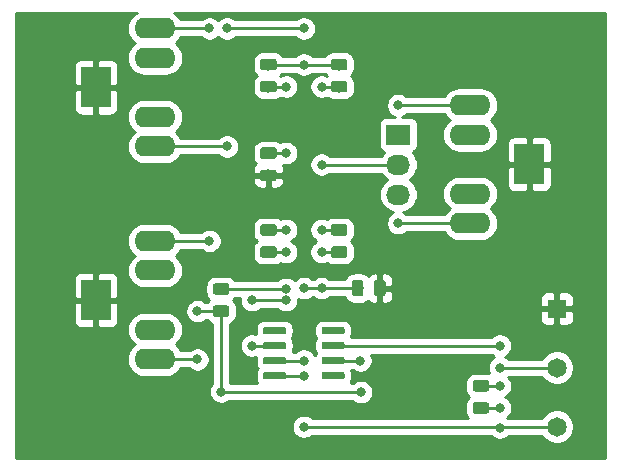
<source format=gbr>
G04 #@! TF.GenerationSoftware,KiCad,Pcbnew,5.1.2-f72e74a~84~ubuntu18.04.1*
G04 #@! TF.CreationDate,2019-05-17T10:17:23-07:00*
G04 #@! TF.ProjectId,NewVNA,4e657756-4e41-42e6-9b69-6361645f7063,CAT V.2*
G04 #@! TF.SameCoordinates,Original*
G04 #@! TF.FileFunction,Copper,L1,Top*
G04 #@! TF.FilePolarity,Positive*
%FSLAX46Y46*%
G04 Gerber Fmt 4.6, Leading zero omitted, Abs format (unit mm)*
G04 Created by KiCad (PCBNEW 5.1.2-f72e74a~84~ubuntu18.04.1) date 2019-05-17 10:17:23*
%MOMM*%
%LPD*%
G04 APERTURE LIST*
%ADD10C,0.100000*%
%ADD11C,0.600000*%
%ADD12O,2.030000X1.730000*%
%ADD13R,2.030000X1.730000*%
%ADD14C,1.650000*%
%ADD15R,1.650000X1.650000*%
%ADD16O,3.500000X1.750000*%
%ADD17R,2.500000X3.500000*%
%ADD18C,0.975000*%
%ADD19C,0.800000*%
%ADD20C,0.250000*%
%ADD21C,0.254000*%
G04 APERTURE END LIST*
D10*
G36*
X53314703Y-52295722D02*
G01*
X53329264Y-52297882D01*
X53343543Y-52301459D01*
X53357403Y-52306418D01*
X53370710Y-52312712D01*
X53383336Y-52320280D01*
X53395159Y-52329048D01*
X53406066Y-52338934D01*
X53415952Y-52349841D01*
X53424720Y-52361664D01*
X53432288Y-52374290D01*
X53438582Y-52387597D01*
X53443541Y-52401457D01*
X53447118Y-52415736D01*
X53449278Y-52430297D01*
X53450000Y-52445000D01*
X53450000Y-52745000D01*
X53449278Y-52759703D01*
X53447118Y-52774264D01*
X53443541Y-52788543D01*
X53438582Y-52802403D01*
X53432288Y-52815710D01*
X53424720Y-52828336D01*
X53415952Y-52840159D01*
X53406066Y-52851066D01*
X53395159Y-52860952D01*
X53383336Y-52869720D01*
X53370710Y-52877288D01*
X53357403Y-52883582D01*
X53343543Y-52888541D01*
X53329264Y-52892118D01*
X53314703Y-52894278D01*
X53300000Y-52895000D01*
X51650000Y-52895000D01*
X51635297Y-52894278D01*
X51620736Y-52892118D01*
X51606457Y-52888541D01*
X51592597Y-52883582D01*
X51579290Y-52877288D01*
X51566664Y-52869720D01*
X51554841Y-52860952D01*
X51543934Y-52851066D01*
X51534048Y-52840159D01*
X51525280Y-52828336D01*
X51517712Y-52815710D01*
X51511418Y-52802403D01*
X51506459Y-52788543D01*
X51502882Y-52774264D01*
X51500722Y-52759703D01*
X51500000Y-52745000D01*
X51500000Y-52445000D01*
X51500722Y-52430297D01*
X51502882Y-52415736D01*
X51506459Y-52401457D01*
X51511418Y-52387597D01*
X51517712Y-52374290D01*
X51525280Y-52361664D01*
X51534048Y-52349841D01*
X51543934Y-52338934D01*
X51554841Y-52329048D01*
X51566664Y-52320280D01*
X51579290Y-52312712D01*
X51592597Y-52306418D01*
X51606457Y-52301459D01*
X51620736Y-52297882D01*
X51635297Y-52295722D01*
X51650000Y-52295000D01*
X53300000Y-52295000D01*
X53314703Y-52295722D01*
X53314703Y-52295722D01*
G37*
D11*
X52475000Y-52595000D03*
D10*
G36*
X53314703Y-53565722D02*
G01*
X53329264Y-53567882D01*
X53343543Y-53571459D01*
X53357403Y-53576418D01*
X53370710Y-53582712D01*
X53383336Y-53590280D01*
X53395159Y-53599048D01*
X53406066Y-53608934D01*
X53415952Y-53619841D01*
X53424720Y-53631664D01*
X53432288Y-53644290D01*
X53438582Y-53657597D01*
X53443541Y-53671457D01*
X53447118Y-53685736D01*
X53449278Y-53700297D01*
X53450000Y-53715000D01*
X53450000Y-54015000D01*
X53449278Y-54029703D01*
X53447118Y-54044264D01*
X53443541Y-54058543D01*
X53438582Y-54072403D01*
X53432288Y-54085710D01*
X53424720Y-54098336D01*
X53415952Y-54110159D01*
X53406066Y-54121066D01*
X53395159Y-54130952D01*
X53383336Y-54139720D01*
X53370710Y-54147288D01*
X53357403Y-54153582D01*
X53343543Y-54158541D01*
X53329264Y-54162118D01*
X53314703Y-54164278D01*
X53300000Y-54165000D01*
X51650000Y-54165000D01*
X51635297Y-54164278D01*
X51620736Y-54162118D01*
X51606457Y-54158541D01*
X51592597Y-54153582D01*
X51579290Y-54147288D01*
X51566664Y-54139720D01*
X51554841Y-54130952D01*
X51543934Y-54121066D01*
X51534048Y-54110159D01*
X51525280Y-54098336D01*
X51517712Y-54085710D01*
X51511418Y-54072403D01*
X51506459Y-54058543D01*
X51502882Y-54044264D01*
X51500722Y-54029703D01*
X51500000Y-54015000D01*
X51500000Y-53715000D01*
X51500722Y-53700297D01*
X51502882Y-53685736D01*
X51506459Y-53671457D01*
X51511418Y-53657597D01*
X51517712Y-53644290D01*
X51525280Y-53631664D01*
X51534048Y-53619841D01*
X51543934Y-53608934D01*
X51554841Y-53599048D01*
X51566664Y-53590280D01*
X51579290Y-53582712D01*
X51592597Y-53576418D01*
X51606457Y-53571459D01*
X51620736Y-53567882D01*
X51635297Y-53565722D01*
X51650000Y-53565000D01*
X53300000Y-53565000D01*
X53314703Y-53565722D01*
X53314703Y-53565722D01*
G37*
D11*
X52475000Y-53865000D03*
D10*
G36*
X53314703Y-54835722D02*
G01*
X53329264Y-54837882D01*
X53343543Y-54841459D01*
X53357403Y-54846418D01*
X53370710Y-54852712D01*
X53383336Y-54860280D01*
X53395159Y-54869048D01*
X53406066Y-54878934D01*
X53415952Y-54889841D01*
X53424720Y-54901664D01*
X53432288Y-54914290D01*
X53438582Y-54927597D01*
X53443541Y-54941457D01*
X53447118Y-54955736D01*
X53449278Y-54970297D01*
X53450000Y-54985000D01*
X53450000Y-55285000D01*
X53449278Y-55299703D01*
X53447118Y-55314264D01*
X53443541Y-55328543D01*
X53438582Y-55342403D01*
X53432288Y-55355710D01*
X53424720Y-55368336D01*
X53415952Y-55380159D01*
X53406066Y-55391066D01*
X53395159Y-55400952D01*
X53383336Y-55409720D01*
X53370710Y-55417288D01*
X53357403Y-55423582D01*
X53343543Y-55428541D01*
X53329264Y-55432118D01*
X53314703Y-55434278D01*
X53300000Y-55435000D01*
X51650000Y-55435000D01*
X51635297Y-55434278D01*
X51620736Y-55432118D01*
X51606457Y-55428541D01*
X51592597Y-55423582D01*
X51579290Y-55417288D01*
X51566664Y-55409720D01*
X51554841Y-55400952D01*
X51543934Y-55391066D01*
X51534048Y-55380159D01*
X51525280Y-55368336D01*
X51517712Y-55355710D01*
X51511418Y-55342403D01*
X51506459Y-55328543D01*
X51502882Y-55314264D01*
X51500722Y-55299703D01*
X51500000Y-55285000D01*
X51500000Y-54985000D01*
X51500722Y-54970297D01*
X51502882Y-54955736D01*
X51506459Y-54941457D01*
X51511418Y-54927597D01*
X51517712Y-54914290D01*
X51525280Y-54901664D01*
X51534048Y-54889841D01*
X51543934Y-54878934D01*
X51554841Y-54869048D01*
X51566664Y-54860280D01*
X51579290Y-54852712D01*
X51592597Y-54846418D01*
X51606457Y-54841459D01*
X51620736Y-54837882D01*
X51635297Y-54835722D01*
X51650000Y-54835000D01*
X53300000Y-54835000D01*
X53314703Y-54835722D01*
X53314703Y-54835722D01*
G37*
D11*
X52475000Y-55135000D03*
D10*
G36*
X53314703Y-56105722D02*
G01*
X53329264Y-56107882D01*
X53343543Y-56111459D01*
X53357403Y-56116418D01*
X53370710Y-56122712D01*
X53383336Y-56130280D01*
X53395159Y-56139048D01*
X53406066Y-56148934D01*
X53415952Y-56159841D01*
X53424720Y-56171664D01*
X53432288Y-56184290D01*
X53438582Y-56197597D01*
X53443541Y-56211457D01*
X53447118Y-56225736D01*
X53449278Y-56240297D01*
X53450000Y-56255000D01*
X53450000Y-56555000D01*
X53449278Y-56569703D01*
X53447118Y-56584264D01*
X53443541Y-56598543D01*
X53438582Y-56612403D01*
X53432288Y-56625710D01*
X53424720Y-56638336D01*
X53415952Y-56650159D01*
X53406066Y-56661066D01*
X53395159Y-56670952D01*
X53383336Y-56679720D01*
X53370710Y-56687288D01*
X53357403Y-56693582D01*
X53343543Y-56698541D01*
X53329264Y-56702118D01*
X53314703Y-56704278D01*
X53300000Y-56705000D01*
X51650000Y-56705000D01*
X51635297Y-56704278D01*
X51620736Y-56702118D01*
X51606457Y-56698541D01*
X51592597Y-56693582D01*
X51579290Y-56687288D01*
X51566664Y-56679720D01*
X51554841Y-56670952D01*
X51543934Y-56661066D01*
X51534048Y-56650159D01*
X51525280Y-56638336D01*
X51517712Y-56625710D01*
X51511418Y-56612403D01*
X51506459Y-56598543D01*
X51502882Y-56584264D01*
X51500722Y-56569703D01*
X51500000Y-56555000D01*
X51500000Y-56255000D01*
X51500722Y-56240297D01*
X51502882Y-56225736D01*
X51506459Y-56211457D01*
X51511418Y-56197597D01*
X51517712Y-56184290D01*
X51525280Y-56171664D01*
X51534048Y-56159841D01*
X51543934Y-56148934D01*
X51554841Y-56139048D01*
X51566664Y-56130280D01*
X51579290Y-56122712D01*
X51592597Y-56116418D01*
X51606457Y-56111459D01*
X51620736Y-56107882D01*
X51635297Y-56105722D01*
X51650000Y-56105000D01*
X53300000Y-56105000D01*
X53314703Y-56105722D01*
X53314703Y-56105722D01*
G37*
D11*
X52475000Y-56405000D03*
D10*
G36*
X48364703Y-56105722D02*
G01*
X48379264Y-56107882D01*
X48393543Y-56111459D01*
X48407403Y-56116418D01*
X48420710Y-56122712D01*
X48433336Y-56130280D01*
X48445159Y-56139048D01*
X48456066Y-56148934D01*
X48465952Y-56159841D01*
X48474720Y-56171664D01*
X48482288Y-56184290D01*
X48488582Y-56197597D01*
X48493541Y-56211457D01*
X48497118Y-56225736D01*
X48499278Y-56240297D01*
X48500000Y-56255000D01*
X48500000Y-56555000D01*
X48499278Y-56569703D01*
X48497118Y-56584264D01*
X48493541Y-56598543D01*
X48488582Y-56612403D01*
X48482288Y-56625710D01*
X48474720Y-56638336D01*
X48465952Y-56650159D01*
X48456066Y-56661066D01*
X48445159Y-56670952D01*
X48433336Y-56679720D01*
X48420710Y-56687288D01*
X48407403Y-56693582D01*
X48393543Y-56698541D01*
X48379264Y-56702118D01*
X48364703Y-56704278D01*
X48350000Y-56705000D01*
X46700000Y-56705000D01*
X46685297Y-56704278D01*
X46670736Y-56702118D01*
X46656457Y-56698541D01*
X46642597Y-56693582D01*
X46629290Y-56687288D01*
X46616664Y-56679720D01*
X46604841Y-56670952D01*
X46593934Y-56661066D01*
X46584048Y-56650159D01*
X46575280Y-56638336D01*
X46567712Y-56625710D01*
X46561418Y-56612403D01*
X46556459Y-56598543D01*
X46552882Y-56584264D01*
X46550722Y-56569703D01*
X46550000Y-56555000D01*
X46550000Y-56255000D01*
X46550722Y-56240297D01*
X46552882Y-56225736D01*
X46556459Y-56211457D01*
X46561418Y-56197597D01*
X46567712Y-56184290D01*
X46575280Y-56171664D01*
X46584048Y-56159841D01*
X46593934Y-56148934D01*
X46604841Y-56139048D01*
X46616664Y-56130280D01*
X46629290Y-56122712D01*
X46642597Y-56116418D01*
X46656457Y-56111459D01*
X46670736Y-56107882D01*
X46685297Y-56105722D01*
X46700000Y-56105000D01*
X48350000Y-56105000D01*
X48364703Y-56105722D01*
X48364703Y-56105722D01*
G37*
D11*
X47525000Y-56405000D03*
D10*
G36*
X48364703Y-54835722D02*
G01*
X48379264Y-54837882D01*
X48393543Y-54841459D01*
X48407403Y-54846418D01*
X48420710Y-54852712D01*
X48433336Y-54860280D01*
X48445159Y-54869048D01*
X48456066Y-54878934D01*
X48465952Y-54889841D01*
X48474720Y-54901664D01*
X48482288Y-54914290D01*
X48488582Y-54927597D01*
X48493541Y-54941457D01*
X48497118Y-54955736D01*
X48499278Y-54970297D01*
X48500000Y-54985000D01*
X48500000Y-55285000D01*
X48499278Y-55299703D01*
X48497118Y-55314264D01*
X48493541Y-55328543D01*
X48488582Y-55342403D01*
X48482288Y-55355710D01*
X48474720Y-55368336D01*
X48465952Y-55380159D01*
X48456066Y-55391066D01*
X48445159Y-55400952D01*
X48433336Y-55409720D01*
X48420710Y-55417288D01*
X48407403Y-55423582D01*
X48393543Y-55428541D01*
X48379264Y-55432118D01*
X48364703Y-55434278D01*
X48350000Y-55435000D01*
X46700000Y-55435000D01*
X46685297Y-55434278D01*
X46670736Y-55432118D01*
X46656457Y-55428541D01*
X46642597Y-55423582D01*
X46629290Y-55417288D01*
X46616664Y-55409720D01*
X46604841Y-55400952D01*
X46593934Y-55391066D01*
X46584048Y-55380159D01*
X46575280Y-55368336D01*
X46567712Y-55355710D01*
X46561418Y-55342403D01*
X46556459Y-55328543D01*
X46552882Y-55314264D01*
X46550722Y-55299703D01*
X46550000Y-55285000D01*
X46550000Y-54985000D01*
X46550722Y-54970297D01*
X46552882Y-54955736D01*
X46556459Y-54941457D01*
X46561418Y-54927597D01*
X46567712Y-54914290D01*
X46575280Y-54901664D01*
X46584048Y-54889841D01*
X46593934Y-54878934D01*
X46604841Y-54869048D01*
X46616664Y-54860280D01*
X46629290Y-54852712D01*
X46642597Y-54846418D01*
X46656457Y-54841459D01*
X46670736Y-54837882D01*
X46685297Y-54835722D01*
X46700000Y-54835000D01*
X48350000Y-54835000D01*
X48364703Y-54835722D01*
X48364703Y-54835722D01*
G37*
D11*
X47525000Y-55135000D03*
D10*
G36*
X48364703Y-53565722D02*
G01*
X48379264Y-53567882D01*
X48393543Y-53571459D01*
X48407403Y-53576418D01*
X48420710Y-53582712D01*
X48433336Y-53590280D01*
X48445159Y-53599048D01*
X48456066Y-53608934D01*
X48465952Y-53619841D01*
X48474720Y-53631664D01*
X48482288Y-53644290D01*
X48488582Y-53657597D01*
X48493541Y-53671457D01*
X48497118Y-53685736D01*
X48499278Y-53700297D01*
X48500000Y-53715000D01*
X48500000Y-54015000D01*
X48499278Y-54029703D01*
X48497118Y-54044264D01*
X48493541Y-54058543D01*
X48488582Y-54072403D01*
X48482288Y-54085710D01*
X48474720Y-54098336D01*
X48465952Y-54110159D01*
X48456066Y-54121066D01*
X48445159Y-54130952D01*
X48433336Y-54139720D01*
X48420710Y-54147288D01*
X48407403Y-54153582D01*
X48393543Y-54158541D01*
X48379264Y-54162118D01*
X48364703Y-54164278D01*
X48350000Y-54165000D01*
X46700000Y-54165000D01*
X46685297Y-54164278D01*
X46670736Y-54162118D01*
X46656457Y-54158541D01*
X46642597Y-54153582D01*
X46629290Y-54147288D01*
X46616664Y-54139720D01*
X46604841Y-54130952D01*
X46593934Y-54121066D01*
X46584048Y-54110159D01*
X46575280Y-54098336D01*
X46567712Y-54085710D01*
X46561418Y-54072403D01*
X46556459Y-54058543D01*
X46552882Y-54044264D01*
X46550722Y-54029703D01*
X46550000Y-54015000D01*
X46550000Y-53715000D01*
X46550722Y-53700297D01*
X46552882Y-53685736D01*
X46556459Y-53671457D01*
X46561418Y-53657597D01*
X46567712Y-53644290D01*
X46575280Y-53631664D01*
X46584048Y-53619841D01*
X46593934Y-53608934D01*
X46604841Y-53599048D01*
X46616664Y-53590280D01*
X46629290Y-53582712D01*
X46642597Y-53576418D01*
X46656457Y-53571459D01*
X46670736Y-53567882D01*
X46685297Y-53565722D01*
X46700000Y-53565000D01*
X48350000Y-53565000D01*
X48364703Y-53565722D01*
X48364703Y-53565722D01*
G37*
D11*
X47525000Y-53865000D03*
D10*
G36*
X48364703Y-52295722D02*
G01*
X48379264Y-52297882D01*
X48393543Y-52301459D01*
X48407403Y-52306418D01*
X48420710Y-52312712D01*
X48433336Y-52320280D01*
X48445159Y-52329048D01*
X48456066Y-52338934D01*
X48465952Y-52349841D01*
X48474720Y-52361664D01*
X48482288Y-52374290D01*
X48488582Y-52387597D01*
X48493541Y-52401457D01*
X48497118Y-52415736D01*
X48499278Y-52430297D01*
X48500000Y-52445000D01*
X48500000Y-52745000D01*
X48499278Y-52759703D01*
X48497118Y-52774264D01*
X48493541Y-52788543D01*
X48488582Y-52802403D01*
X48482288Y-52815710D01*
X48474720Y-52828336D01*
X48465952Y-52840159D01*
X48456066Y-52851066D01*
X48445159Y-52860952D01*
X48433336Y-52869720D01*
X48420710Y-52877288D01*
X48407403Y-52883582D01*
X48393543Y-52888541D01*
X48379264Y-52892118D01*
X48364703Y-52894278D01*
X48350000Y-52895000D01*
X46700000Y-52895000D01*
X46685297Y-52894278D01*
X46670736Y-52892118D01*
X46656457Y-52888541D01*
X46642597Y-52883582D01*
X46629290Y-52877288D01*
X46616664Y-52869720D01*
X46604841Y-52860952D01*
X46593934Y-52851066D01*
X46584048Y-52840159D01*
X46575280Y-52828336D01*
X46567712Y-52815710D01*
X46561418Y-52802403D01*
X46556459Y-52788543D01*
X46552882Y-52774264D01*
X46550722Y-52759703D01*
X46550000Y-52745000D01*
X46550000Y-52445000D01*
X46550722Y-52430297D01*
X46552882Y-52415736D01*
X46556459Y-52401457D01*
X46561418Y-52387597D01*
X46567712Y-52374290D01*
X46575280Y-52361664D01*
X46584048Y-52349841D01*
X46593934Y-52338934D01*
X46604841Y-52329048D01*
X46616664Y-52320280D01*
X46629290Y-52312712D01*
X46642597Y-52306418D01*
X46656457Y-52301459D01*
X46670736Y-52297882D01*
X46685297Y-52295722D01*
X46700000Y-52295000D01*
X48350000Y-52295000D01*
X48364703Y-52295722D01*
X48364703Y-52295722D01*
G37*
D11*
X47525000Y-52595000D03*
D12*
X58000000Y-41080000D03*
X58000000Y-38540000D03*
D13*
X58000000Y-36000000D03*
D14*
X71424800Y-60727600D03*
X71424800Y-55727600D03*
D15*
X71424800Y-50727600D03*
D16*
X64090000Y-36000000D03*
X64090000Y-41000000D03*
X64090000Y-33500000D03*
X64090000Y-43500000D03*
D17*
X69096000Y-38500000D03*
D16*
X37410000Y-34500000D03*
X37410000Y-29500000D03*
X37410000Y-37000000D03*
X37410000Y-27000000D03*
D17*
X32404000Y-32000000D03*
D16*
X37410000Y-52500000D03*
X37410000Y-47500000D03*
X37410000Y-55000000D03*
X37410000Y-45000000D03*
D17*
X32404000Y-50000000D03*
D10*
G36*
X54830142Y-48301174D02*
G01*
X54853803Y-48304684D01*
X54877007Y-48310496D01*
X54899529Y-48318554D01*
X54921153Y-48328782D01*
X54941670Y-48341079D01*
X54960883Y-48355329D01*
X54978607Y-48371393D01*
X54994671Y-48389117D01*
X55008921Y-48408330D01*
X55021218Y-48428847D01*
X55031446Y-48450471D01*
X55039504Y-48472993D01*
X55045316Y-48496197D01*
X55048826Y-48519858D01*
X55050000Y-48543750D01*
X55050000Y-49456250D01*
X55048826Y-49480142D01*
X55045316Y-49503803D01*
X55039504Y-49527007D01*
X55031446Y-49549529D01*
X55021218Y-49571153D01*
X55008921Y-49591670D01*
X54994671Y-49610883D01*
X54978607Y-49628607D01*
X54960883Y-49644671D01*
X54941670Y-49658921D01*
X54921153Y-49671218D01*
X54899529Y-49681446D01*
X54877007Y-49689504D01*
X54853803Y-49695316D01*
X54830142Y-49698826D01*
X54806250Y-49700000D01*
X54318750Y-49700000D01*
X54294858Y-49698826D01*
X54271197Y-49695316D01*
X54247993Y-49689504D01*
X54225471Y-49681446D01*
X54203847Y-49671218D01*
X54183330Y-49658921D01*
X54164117Y-49644671D01*
X54146393Y-49628607D01*
X54130329Y-49610883D01*
X54116079Y-49591670D01*
X54103782Y-49571153D01*
X54093554Y-49549529D01*
X54085496Y-49527007D01*
X54079684Y-49503803D01*
X54076174Y-49480142D01*
X54075000Y-49456250D01*
X54075000Y-48543750D01*
X54076174Y-48519858D01*
X54079684Y-48496197D01*
X54085496Y-48472993D01*
X54093554Y-48450471D01*
X54103782Y-48428847D01*
X54116079Y-48408330D01*
X54130329Y-48389117D01*
X54146393Y-48371393D01*
X54164117Y-48355329D01*
X54183330Y-48341079D01*
X54203847Y-48328782D01*
X54225471Y-48318554D01*
X54247993Y-48310496D01*
X54271197Y-48304684D01*
X54294858Y-48301174D01*
X54318750Y-48300000D01*
X54806250Y-48300000D01*
X54830142Y-48301174D01*
X54830142Y-48301174D01*
G37*
D18*
X54562500Y-49000000D03*
D10*
G36*
X56705142Y-48301174D02*
G01*
X56728803Y-48304684D01*
X56752007Y-48310496D01*
X56774529Y-48318554D01*
X56796153Y-48328782D01*
X56816670Y-48341079D01*
X56835883Y-48355329D01*
X56853607Y-48371393D01*
X56869671Y-48389117D01*
X56883921Y-48408330D01*
X56896218Y-48428847D01*
X56906446Y-48450471D01*
X56914504Y-48472993D01*
X56920316Y-48496197D01*
X56923826Y-48519858D01*
X56925000Y-48543750D01*
X56925000Y-49456250D01*
X56923826Y-49480142D01*
X56920316Y-49503803D01*
X56914504Y-49527007D01*
X56906446Y-49549529D01*
X56896218Y-49571153D01*
X56883921Y-49591670D01*
X56869671Y-49610883D01*
X56853607Y-49628607D01*
X56835883Y-49644671D01*
X56816670Y-49658921D01*
X56796153Y-49671218D01*
X56774529Y-49681446D01*
X56752007Y-49689504D01*
X56728803Y-49695316D01*
X56705142Y-49698826D01*
X56681250Y-49700000D01*
X56193750Y-49700000D01*
X56169858Y-49698826D01*
X56146197Y-49695316D01*
X56122993Y-49689504D01*
X56100471Y-49681446D01*
X56078847Y-49671218D01*
X56058330Y-49658921D01*
X56039117Y-49644671D01*
X56021393Y-49628607D01*
X56005329Y-49610883D01*
X55991079Y-49591670D01*
X55978782Y-49571153D01*
X55968554Y-49549529D01*
X55960496Y-49527007D01*
X55954684Y-49503803D01*
X55951174Y-49480142D01*
X55950000Y-49456250D01*
X55950000Y-48543750D01*
X55951174Y-48519858D01*
X55954684Y-48496197D01*
X55960496Y-48472993D01*
X55968554Y-48450471D01*
X55978782Y-48428847D01*
X55991079Y-48408330D01*
X56005329Y-48389117D01*
X56021393Y-48371393D01*
X56039117Y-48355329D01*
X56058330Y-48341079D01*
X56078847Y-48328782D01*
X56100471Y-48318554D01*
X56122993Y-48310496D01*
X56146197Y-48304684D01*
X56169858Y-48301174D01*
X56193750Y-48300000D01*
X56681250Y-48300000D01*
X56705142Y-48301174D01*
X56705142Y-48301174D01*
G37*
D18*
X56437500Y-49000000D03*
D10*
G36*
X53480142Y-31451174D02*
G01*
X53503803Y-31454684D01*
X53527007Y-31460496D01*
X53549529Y-31468554D01*
X53571153Y-31478782D01*
X53591670Y-31491079D01*
X53610883Y-31505329D01*
X53628607Y-31521393D01*
X53644671Y-31539117D01*
X53658921Y-31558330D01*
X53671218Y-31578847D01*
X53681446Y-31600471D01*
X53689504Y-31622993D01*
X53695316Y-31646197D01*
X53698826Y-31669858D01*
X53700000Y-31693750D01*
X53700000Y-32181250D01*
X53698826Y-32205142D01*
X53695316Y-32228803D01*
X53689504Y-32252007D01*
X53681446Y-32274529D01*
X53671218Y-32296153D01*
X53658921Y-32316670D01*
X53644671Y-32335883D01*
X53628607Y-32353607D01*
X53610883Y-32369671D01*
X53591670Y-32383921D01*
X53571153Y-32396218D01*
X53549529Y-32406446D01*
X53527007Y-32414504D01*
X53503803Y-32420316D01*
X53480142Y-32423826D01*
X53456250Y-32425000D01*
X52543750Y-32425000D01*
X52519858Y-32423826D01*
X52496197Y-32420316D01*
X52472993Y-32414504D01*
X52450471Y-32406446D01*
X52428847Y-32396218D01*
X52408330Y-32383921D01*
X52389117Y-32369671D01*
X52371393Y-32353607D01*
X52355329Y-32335883D01*
X52341079Y-32316670D01*
X52328782Y-32296153D01*
X52318554Y-32274529D01*
X52310496Y-32252007D01*
X52304684Y-32228803D01*
X52301174Y-32205142D01*
X52300000Y-32181250D01*
X52300000Y-31693750D01*
X52301174Y-31669858D01*
X52304684Y-31646197D01*
X52310496Y-31622993D01*
X52318554Y-31600471D01*
X52328782Y-31578847D01*
X52341079Y-31558330D01*
X52355329Y-31539117D01*
X52371393Y-31521393D01*
X52389117Y-31505329D01*
X52408330Y-31491079D01*
X52428847Y-31478782D01*
X52450471Y-31468554D01*
X52472993Y-31460496D01*
X52496197Y-31454684D01*
X52519858Y-31451174D01*
X52543750Y-31450000D01*
X53456250Y-31450000D01*
X53480142Y-31451174D01*
X53480142Y-31451174D01*
G37*
D18*
X53000000Y-31937500D03*
D10*
G36*
X53480142Y-29576174D02*
G01*
X53503803Y-29579684D01*
X53527007Y-29585496D01*
X53549529Y-29593554D01*
X53571153Y-29603782D01*
X53591670Y-29616079D01*
X53610883Y-29630329D01*
X53628607Y-29646393D01*
X53644671Y-29664117D01*
X53658921Y-29683330D01*
X53671218Y-29703847D01*
X53681446Y-29725471D01*
X53689504Y-29747993D01*
X53695316Y-29771197D01*
X53698826Y-29794858D01*
X53700000Y-29818750D01*
X53700000Y-30306250D01*
X53698826Y-30330142D01*
X53695316Y-30353803D01*
X53689504Y-30377007D01*
X53681446Y-30399529D01*
X53671218Y-30421153D01*
X53658921Y-30441670D01*
X53644671Y-30460883D01*
X53628607Y-30478607D01*
X53610883Y-30494671D01*
X53591670Y-30508921D01*
X53571153Y-30521218D01*
X53549529Y-30531446D01*
X53527007Y-30539504D01*
X53503803Y-30545316D01*
X53480142Y-30548826D01*
X53456250Y-30550000D01*
X52543750Y-30550000D01*
X52519858Y-30548826D01*
X52496197Y-30545316D01*
X52472993Y-30539504D01*
X52450471Y-30531446D01*
X52428847Y-30521218D01*
X52408330Y-30508921D01*
X52389117Y-30494671D01*
X52371393Y-30478607D01*
X52355329Y-30460883D01*
X52341079Y-30441670D01*
X52328782Y-30421153D01*
X52318554Y-30399529D01*
X52310496Y-30377007D01*
X52304684Y-30353803D01*
X52301174Y-30330142D01*
X52300000Y-30306250D01*
X52300000Y-29818750D01*
X52301174Y-29794858D01*
X52304684Y-29771197D01*
X52310496Y-29747993D01*
X52318554Y-29725471D01*
X52328782Y-29703847D01*
X52341079Y-29683330D01*
X52355329Y-29664117D01*
X52371393Y-29646393D01*
X52389117Y-29630329D01*
X52408330Y-29616079D01*
X52428847Y-29603782D01*
X52450471Y-29593554D01*
X52472993Y-29585496D01*
X52496197Y-29579684D01*
X52519858Y-29576174D01*
X52543750Y-29575000D01*
X53456250Y-29575000D01*
X53480142Y-29576174D01*
X53480142Y-29576174D01*
G37*
D18*
X53000000Y-30062500D03*
D10*
G36*
X53480142Y-45451174D02*
G01*
X53503803Y-45454684D01*
X53527007Y-45460496D01*
X53549529Y-45468554D01*
X53571153Y-45478782D01*
X53591670Y-45491079D01*
X53610883Y-45505329D01*
X53628607Y-45521393D01*
X53644671Y-45539117D01*
X53658921Y-45558330D01*
X53671218Y-45578847D01*
X53681446Y-45600471D01*
X53689504Y-45622993D01*
X53695316Y-45646197D01*
X53698826Y-45669858D01*
X53700000Y-45693750D01*
X53700000Y-46181250D01*
X53698826Y-46205142D01*
X53695316Y-46228803D01*
X53689504Y-46252007D01*
X53681446Y-46274529D01*
X53671218Y-46296153D01*
X53658921Y-46316670D01*
X53644671Y-46335883D01*
X53628607Y-46353607D01*
X53610883Y-46369671D01*
X53591670Y-46383921D01*
X53571153Y-46396218D01*
X53549529Y-46406446D01*
X53527007Y-46414504D01*
X53503803Y-46420316D01*
X53480142Y-46423826D01*
X53456250Y-46425000D01*
X52543750Y-46425000D01*
X52519858Y-46423826D01*
X52496197Y-46420316D01*
X52472993Y-46414504D01*
X52450471Y-46406446D01*
X52428847Y-46396218D01*
X52408330Y-46383921D01*
X52389117Y-46369671D01*
X52371393Y-46353607D01*
X52355329Y-46335883D01*
X52341079Y-46316670D01*
X52328782Y-46296153D01*
X52318554Y-46274529D01*
X52310496Y-46252007D01*
X52304684Y-46228803D01*
X52301174Y-46205142D01*
X52300000Y-46181250D01*
X52300000Y-45693750D01*
X52301174Y-45669858D01*
X52304684Y-45646197D01*
X52310496Y-45622993D01*
X52318554Y-45600471D01*
X52328782Y-45578847D01*
X52341079Y-45558330D01*
X52355329Y-45539117D01*
X52371393Y-45521393D01*
X52389117Y-45505329D01*
X52408330Y-45491079D01*
X52428847Y-45478782D01*
X52450471Y-45468554D01*
X52472993Y-45460496D01*
X52496197Y-45454684D01*
X52519858Y-45451174D01*
X52543750Y-45450000D01*
X53456250Y-45450000D01*
X53480142Y-45451174D01*
X53480142Y-45451174D01*
G37*
D18*
X53000000Y-45937500D03*
D10*
G36*
X53480142Y-43576174D02*
G01*
X53503803Y-43579684D01*
X53527007Y-43585496D01*
X53549529Y-43593554D01*
X53571153Y-43603782D01*
X53591670Y-43616079D01*
X53610883Y-43630329D01*
X53628607Y-43646393D01*
X53644671Y-43664117D01*
X53658921Y-43683330D01*
X53671218Y-43703847D01*
X53681446Y-43725471D01*
X53689504Y-43747993D01*
X53695316Y-43771197D01*
X53698826Y-43794858D01*
X53700000Y-43818750D01*
X53700000Y-44306250D01*
X53698826Y-44330142D01*
X53695316Y-44353803D01*
X53689504Y-44377007D01*
X53681446Y-44399529D01*
X53671218Y-44421153D01*
X53658921Y-44441670D01*
X53644671Y-44460883D01*
X53628607Y-44478607D01*
X53610883Y-44494671D01*
X53591670Y-44508921D01*
X53571153Y-44521218D01*
X53549529Y-44531446D01*
X53527007Y-44539504D01*
X53503803Y-44545316D01*
X53480142Y-44548826D01*
X53456250Y-44550000D01*
X52543750Y-44550000D01*
X52519858Y-44548826D01*
X52496197Y-44545316D01*
X52472993Y-44539504D01*
X52450471Y-44531446D01*
X52428847Y-44521218D01*
X52408330Y-44508921D01*
X52389117Y-44494671D01*
X52371393Y-44478607D01*
X52355329Y-44460883D01*
X52341079Y-44441670D01*
X52328782Y-44421153D01*
X52318554Y-44399529D01*
X52310496Y-44377007D01*
X52304684Y-44353803D01*
X52301174Y-44330142D01*
X52300000Y-44306250D01*
X52300000Y-43818750D01*
X52301174Y-43794858D01*
X52304684Y-43771197D01*
X52310496Y-43747993D01*
X52318554Y-43725471D01*
X52328782Y-43703847D01*
X52341079Y-43683330D01*
X52355329Y-43664117D01*
X52371393Y-43646393D01*
X52389117Y-43630329D01*
X52408330Y-43616079D01*
X52428847Y-43603782D01*
X52450471Y-43593554D01*
X52472993Y-43585496D01*
X52496197Y-43579684D01*
X52519858Y-43576174D01*
X52543750Y-43575000D01*
X53456250Y-43575000D01*
X53480142Y-43576174D01*
X53480142Y-43576174D01*
G37*
D18*
X53000000Y-44062500D03*
D10*
G36*
X47480142Y-45451174D02*
G01*
X47503803Y-45454684D01*
X47527007Y-45460496D01*
X47549529Y-45468554D01*
X47571153Y-45478782D01*
X47591670Y-45491079D01*
X47610883Y-45505329D01*
X47628607Y-45521393D01*
X47644671Y-45539117D01*
X47658921Y-45558330D01*
X47671218Y-45578847D01*
X47681446Y-45600471D01*
X47689504Y-45622993D01*
X47695316Y-45646197D01*
X47698826Y-45669858D01*
X47700000Y-45693750D01*
X47700000Y-46181250D01*
X47698826Y-46205142D01*
X47695316Y-46228803D01*
X47689504Y-46252007D01*
X47681446Y-46274529D01*
X47671218Y-46296153D01*
X47658921Y-46316670D01*
X47644671Y-46335883D01*
X47628607Y-46353607D01*
X47610883Y-46369671D01*
X47591670Y-46383921D01*
X47571153Y-46396218D01*
X47549529Y-46406446D01*
X47527007Y-46414504D01*
X47503803Y-46420316D01*
X47480142Y-46423826D01*
X47456250Y-46425000D01*
X46543750Y-46425000D01*
X46519858Y-46423826D01*
X46496197Y-46420316D01*
X46472993Y-46414504D01*
X46450471Y-46406446D01*
X46428847Y-46396218D01*
X46408330Y-46383921D01*
X46389117Y-46369671D01*
X46371393Y-46353607D01*
X46355329Y-46335883D01*
X46341079Y-46316670D01*
X46328782Y-46296153D01*
X46318554Y-46274529D01*
X46310496Y-46252007D01*
X46304684Y-46228803D01*
X46301174Y-46205142D01*
X46300000Y-46181250D01*
X46300000Y-45693750D01*
X46301174Y-45669858D01*
X46304684Y-45646197D01*
X46310496Y-45622993D01*
X46318554Y-45600471D01*
X46328782Y-45578847D01*
X46341079Y-45558330D01*
X46355329Y-45539117D01*
X46371393Y-45521393D01*
X46389117Y-45505329D01*
X46408330Y-45491079D01*
X46428847Y-45478782D01*
X46450471Y-45468554D01*
X46472993Y-45460496D01*
X46496197Y-45454684D01*
X46519858Y-45451174D01*
X46543750Y-45450000D01*
X47456250Y-45450000D01*
X47480142Y-45451174D01*
X47480142Y-45451174D01*
G37*
D18*
X47000000Y-45937500D03*
D10*
G36*
X47480142Y-43576174D02*
G01*
X47503803Y-43579684D01*
X47527007Y-43585496D01*
X47549529Y-43593554D01*
X47571153Y-43603782D01*
X47591670Y-43616079D01*
X47610883Y-43630329D01*
X47628607Y-43646393D01*
X47644671Y-43664117D01*
X47658921Y-43683330D01*
X47671218Y-43703847D01*
X47681446Y-43725471D01*
X47689504Y-43747993D01*
X47695316Y-43771197D01*
X47698826Y-43794858D01*
X47700000Y-43818750D01*
X47700000Y-44306250D01*
X47698826Y-44330142D01*
X47695316Y-44353803D01*
X47689504Y-44377007D01*
X47681446Y-44399529D01*
X47671218Y-44421153D01*
X47658921Y-44441670D01*
X47644671Y-44460883D01*
X47628607Y-44478607D01*
X47610883Y-44494671D01*
X47591670Y-44508921D01*
X47571153Y-44521218D01*
X47549529Y-44531446D01*
X47527007Y-44539504D01*
X47503803Y-44545316D01*
X47480142Y-44548826D01*
X47456250Y-44550000D01*
X46543750Y-44550000D01*
X46519858Y-44548826D01*
X46496197Y-44545316D01*
X46472993Y-44539504D01*
X46450471Y-44531446D01*
X46428847Y-44521218D01*
X46408330Y-44508921D01*
X46389117Y-44494671D01*
X46371393Y-44478607D01*
X46355329Y-44460883D01*
X46341079Y-44441670D01*
X46328782Y-44421153D01*
X46318554Y-44399529D01*
X46310496Y-44377007D01*
X46304684Y-44353803D01*
X46301174Y-44330142D01*
X46300000Y-44306250D01*
X46300000Y-43818750D01*
X46301174Y-43794858D01*
X46304684Y-43771197D01*
X46310496Y-43747993D01*
X46318554Y-43725471D01*
X46328782Y-43703847D01*
X46341079Y-43683330D01*
X46355329Y-43664117D01*
X46371393Y-43646393D01*
X46389117Y-43630329D01*
X46408330Y-43616079D01*
X46428847Y-43603782D01*
X46450471Y-43593554D01*
X46472993Y-43585496D01*
X46496197Y-43579684D01*
X46519858Y-43576174D01*
X46543750Y-43575000D01*
X47456250Y-43575000D01*
X47480142Y-43576174D01*
X47480142Y-43576174D01*
G37*
D18*
X47000000Y-44062500D03*
D10*
G36*
X47480142Y-38951174D02*
G01*
X47503803Y-38954684D01*
X47527007Y-38960496D01*
X47549529Y-38968554D01*
X47571153Y-38978782D01*
X47591670Y-38991079D01*
X47610883Y-39005329D01*
X47628607Y-39021393D01*
X47644671Y-39039117D01*
X47658921Y-39058330D01*
X47671218Y-39078847D01*
X47681446Y-39100471D01*
X47689504Y-39122993D01*
X47695316Y-39146197D01*
X47698826Y-39169858D01*
X47700000Y-39193750D01*
X47700000Y-39681250D01*
X47698826Y-39705142D01*
X47695316Y-39728803D01*
X47689504Y-39752007D01*
X47681446Y-39774529D01*
X47671218Y-39796153D01*
X47658921Y-39816670D01*
X47644671Y-39835883D01*
X47628607Y-39853607D01*
X47610883Y-39869671D01*
X47591670Y-39883921D01*
X47571153Y-39896218D01*
X47549529Y-39906446D01*
X47527007Y-39914504D01*
X47503803Y-39920316D01*
X47480142Y-39923826D01*
X47456250Y-39925000D01*
X46543750Y-39925000D01*
X46519858Y-39923826D01*
X46496197Y-39920316D01*
X46472993Y-39914504D01*
X46450471Y-39906446D01*
X46428847Y-39896218D01*
X46408330Y-39883921D01*
X46389117Y-39869671D01*
X46371393Y-39853607D01*
X46355329Y-39835883D01*
X46341079Y-39816670D01*
X46328782Y-39796153D01*
X46318554Y-39774529D01*
X46310496Y-39752007D01*
X46304684Y-39728803D01*
X46301174Y-39705142D01*
X46300000Y-39681250D01*
X46300000Y-39193750D01*
X46301174Y-39169858D01*
X46304684Y-39146197D01*
X46310496Y-39122993D01*
X46318554Y-39100471D01*
X46328782Y-39078847D01*
X46341079Y-39058330D01*
X46355329Y-39039117D01*
X46371393Y-39021393D01*
X46389117Y-39005329D01*
X46408330Y-38991079D01*
X46428847Y-38978782D01*
X46450471Y-38968554D01*
X46472993Y-38960496D01*
X46496197Y-38954684D01*
X46519858Y-38951174D01*
X46543750Y-38950000D01*
X47456250Y-38950000D01*
X47480142Y-38951174D01*
X47480142Y-38951174D01*
G37*
D18*
X47000000Y-39437500D03*
D10*
G36*
X47480142Y-37076174D02*
G01*
X47503803Y-37079684D01*
X47527007Y-37085496D01*
X47549529Y-37093554D01*
X47571153Y-37103782D01*
X47591670Y-37116079D01*
X47610883Y-37130329D01*
X47628607Y-37146393D01*
X47644671Y-37164117D01*
X47658921Y-37183330D01*
X47671218Y-37203847D01*
X47681446Y-37225471D01*
X47689504Y-37247993D01*
X47695316Y-37271197D01*
X47698826Y-37294858D01*
X47700000Y-37318750D01*
X47700000Y-37806250D01*
X47698826Y-37830142D01*
X47695316Y-37853803D01*
X47689504Y-37877007D01*
X47681446Y-37899529D01*
X47671218Y-37921153D01*
X47658921Y-37941670D01*
X47644671Y-37960883D01*
X47628607Y-37978607D01*
X47610883Y-37994671D01*
X47591670Y-38008921D01*
X47571153Y-38021218D01*
X47549529Y-38031446D01*
X47527007Y-38039504D01*
X47503803Y-38045316D01*
X47480142Y-38048826D01*
X47456250Y-38050000D01*
X46543750Y-38050000D01*
X46519858Y-38048826D01*
X46496197Y-38045316D01*
X46472993Y-38039504D01*
X46450471Y-38031446D01*
X46428847Y-38021218D01*
X46408330Y-38008921D01*
X46389117Y-37994671D01*
X46371393Y-37978607D01*
X46355329Y-37960883D01*
X46341079Y-37941670D01*
X46328782Y-37921153D01*
X46318554Y-37899529D01*
X46310496Y-37877007D01*
X46304684Y-37853803D01*
X46301174Y-37830142D01*
X46300000Y-37806250D01*
X46300000Y-37318750D01*
X46301174Y-37294858D01*
X46304684Y-37271197D01*
X46310496Y-37247993D01*
X46318554Y-37225471D01*
X46328782Y-37203847D01*
X46341079Y-37183330D01*
X46355329Y-37164117D01*
X46371393Y-37146393D01*
X46389117Y-37130329D01*
X46408330Y-37116079D01*
X46428847Y-37103782D01*
X46450471Y-37093554D01*
X46472993Y-37085496D01*
X46496197Y-37079684D01*
X46519858Y-37076174D01*
X46543750Y-37075000D01*
X47456250Y-37075000D01*
X47480142Y-37076174D01*
X47480142Y-37076174D01*
G37*
D18*
X47000000Y-37562500D03*
D10*
G36*
X47480142Y-31451174D02*
G01*
X47503803Y-31454684D01*
X47527007Y-31460496D01*
X47549529Y-31468554D01*
X47571153Y-31478782D01*
X47591670Y-31491079D01*
X47610883Y-31505329D01*
X47628607Y-31521393D01*
X47644671Y-31539117D01*
X47658921Y-31558330D01*
X47671218Y-31578847D01*
X47681446Y-31600471D01*
X47689504Y-31622993D01*
X47695316Y-31646197D01*
X47698826Y-31669858D01*
X47700000Y-31693750D01*
X47700000Y-32181250D01*
X47698826Y-32205142D01*
X47695316Y-32228803D01*
X47689504Y-32252007D01*
X47681446Y-32274529D01*
X47671218Y-32296153D01*
X47658921Y-32316670D01*
X47644671Y-32335883D01*
X47628607Y-32353607D01*
X47610883Y-32369671D01*
X47591670Y-32383921D01*
X47571153Y-32396218D01*
X47549529Y-32406446D01*
X47527007Y-32414504D01*
X47503803Y-32420316D01*
X47480142Y-32423826D01*
X47456250Y-32425000D01*
X46543750Y-32425000D01*
X46519858Y-32423826D01*
X46496197Y-32420316D01*
X46472993Y-32414504D01*
X46450471Y-32406446D01*
X46428847Y-32396218D01*
X46408330Y-32383921D01*
X46389117Y-32369671D01*
X46371393Y-32353607D01*
X46355329Y-32335883D01*
X46341079Y-32316670D01*
X46328782Y-32296153D01*
X46318554Y-32274529D01*
X46310496Y-32252007D01*
X46304684Y-32228803D01*
X46301174Y-32205142D01*
X46300000Y-32181250D01*
X46300000Y-31693750D01*
X46301174Y-31669858D01*
X46304684Y-31646197D01*
X46310496Y-31622993D01*
X46318554Y-31600471D01*
X46328782Y-31578847D01*
X46341079Y-31558330D01*
X46355329Y-31539117D01*
X46371393Y-31521393D01*
X46389117Y-31505329D01*
X46408330Y-31491079D01*
X46428847Y-31478782D01*
X46450471Y-31468554D01*
X46472993Y-31460496D01*
X46496197Y-31454684D01*
X46519858Y-31451174D01*
X46543750Y-31450000D01*
X47456250Y-31450000D01*
X47480142Y-31451174D01*
X47480142Y-31451174D01*
G37*
D18*
X47000000Y-31937500D03*
D10*
G36*
X47480142Y-29576174D02*
G01*
X47503803Y-29579684D01*
X47527007Y-29585496D01*
X47549529Y-29593554D01*
X47571153Y-29603782D01*
X47591670Y-29616079D01*
X47610883Y-29630329D01*
X47628607Y-29646393D01*
X47644671Y-29664117D01*
X47658921Y-29683330D01*
X47671218Y-29703847D01*
X47681446Y-29725471D01*
X47689504Y-29747993D01*
X47695316Y-29771197D01*
X47698826Y-29794858D01*
X47700000Y-29818750D01*
X47700000Y-30306250D01*
X47698826Y-30330142D01*
X47695316Y-30353803D01*
X47689504Y-30377007D01*
X47681446Y-30399529D01*
X47671218Y-30421153D01*
X47658921Y-30441670D01*
X47644671Y-30460883D01*
X47628607Y-30478607D01*
X47610883Y-30494671D01*
X47591670Y-30508921D01*
X47571153Y-30521218D01*
X47549529Y-30531446D01*
X47527007Y-30539504D01*
X47503803Y-30545316D01*
X47480142Y-30548826D01*
X47456250Y-30550000D01*
X46543750Y-30550000D01*
X46519858Y-30548826D01*
X46496197Y-30545316D01*
X46472993Y-30539504D01*
X46450471Y-30531446D01*
X46428847Y-30521218D01*
X46408330Y-30508921D01*
X46389117Y-30494671D01*
X46371393Y-30478607D01*
X46355329Y-30460883D01*
X46341079Y-30441670D01*
X46328782Y-30421153D01*
X46318554Y-30399529D01*
X46310496Y-30377007D01*
X46304684Y-30353803D01*
X46301174Y-30330142D01*
X46300000Y-30306250D01*
X46300000Y-29818750D01*
X46301174Y-29794858D01*
X46304684Y-29771197D01*
X46310496Y-29747993D01*
X46318554Y-29725471D01*
X46328782Y-29703847D01*
X46341079Y-29683330D01*
X46355329Y-29664117D01*
X46371393Y-29646393D01*
X46389117Y-29630329D01*
X46408330Y-29616079D01*
X46428847Y-29603782D01*
X46450471Y-29593554D01*
X46472993Y-29585496D01*
X46496197Y-29579684D01*
X46519858Y-29576174D01*
X46543750Y-29575000D01*
X47456250Y-29575000D01*
X47480142Y-29576174D01*
X47480142Y-29576174D01*
G37*
D18*
X47000000Y-30062500D03*
D10*
G36*
X43480142Y-50451174D02*
G01*
X43503803Y-50454684D01*
X43527007Y-50460496D01*
X43549529Y-50468554D01*
X43571153Y-50478782D01*
X43591670Y-50491079D01*
X43610883Y-50505329D01*
X43628607Y-50521393D01*
X43644671Y-50539117D01*
X43658921Y-50558330D01*
X43671218Y-50578847D01*
X43681446Y-50600471D01*
X43689504Y-50622993D01*
X43695316Y-50646197D01*
X43698826Y-50669858D01*
X43700000Y-50693750D01*
X43700000Y-51181250D01*
X43698826Y-51205142D01*
X43695316Y-51228803D01*
X43689504Y-51252007D01*
X43681446Y-51274529D01*
X43671218Y-51296153D01*
X43658921Y-51316670D01*
X43644671Y-51335883D01*
X43628607Y-51353607D01*
X43610883Y-51369671D01*
X43591670Y-51383921D01*
X43571153Y-51396218D01*
X43549529Y-51406446D01*
X43527007Y-51414504D01*
X43503803Y-51420316D01*
X43480142Y-51423826D01*
X43456250Y-51425000D01*
X42543750Y-51425000D01*
X42519858Y-51423826D01*
X42496197Y-51420316D01*
X42472993Y-51414504D01*
X42450471Y-51406446D01*
X42428847Y-51396218D01*
X42408330Y-51383921D01*
X42389117Y-51369671D01*
X42371393Y-51353607D01*
X42355329Y-51335883D01*
X42341079Y-51316670D01*
X42328782Y-51296153D01*
X42318554Y-51274529D01*
X42310496Y-51252007D01*
X42304684Y-51228803D01*
X42301174Y-51205142D01*
X42300000Y-51181250D01*
X42300000Y-50693750D01*
X42301174Y-50669858D01*
X42304684Y-50646197D01*
X42310496Y-50622993D01*
X42318554Y-50600471D01*
X42328782Y-50578847D01*
X42341079Y-50558330D01*
X42355329Y-50539117D01*
X42371393Y-50521393D01*
X42389117Y-50505329D01*
X42408330Y-50491079D01*
X42428847Y-50478782D01*
X42450471Y-50468554D01*
X42472993Y-50460496D01*
X42496197Y-50454684D01*
X42519858Y-50451174D01*
X42543750Y-50450000D01*
X43456250Y-50450000D01*
X43480142Y-50451174D01*
X43480142Y-50451174D01*
G37*
D18*
X43000000Y-50937500D03*
D10*
G36*
X43480142Y-48576174D02*
G01*
X43503803Y-48579684D01*
X43527007Y-48585496D01*
X43549529Y-48593554D01*
X43571153Y-48603782D01*
X43591670Y-48616079D01*
X43610883Y-48630329D01*
X43628607Y-48646393D01*
X43644671Y-48664117D01*
X43658921Y-48683330D01*
X43671218Y-48703847D01*
X43681446Y-48725471D01*
X43689504Y-48747993D01*
X43695316Y-48771197D01*
X43698826Y-48794858D01*
X43700000Y-48818750D01*
X43700000Y-49306250D01*
X43698826Y-49330142D01*
X43695316Y-49353803D01*
X43689504Y-49377007D01*
X43681446Y-49399529D01*
X43671218Y-49421153D01*
X43658921Y-49441670D01*
X43644671Y-49460883D01*
X43628607Y-49478607D01*
X43610883Y-49494671D01*
X43591670Y-49508921D01*
X43571153Y-49521218D01*
X43549529Y-49531446D01*
X43527007Y-49539504D01*
X43503803Y-49545316D01*
X43480142Y-49548826D01*
X43456250Y-49550000D01*
X42543750Y-49550000D01*
X42519858Y-49548826D01*
X42496197Y-49545316D01*
X42472993Y-49539504D01*
X42450471Y-49531446D01*
X42428847Y-49521218D01*
X42408330Y-49508921D01*
X42389117Y-49494671D01*
X42371393Y-49478607D01*
X42355329Y-49460883D01*
X42341079Y-49441670D01*
X42328782Y-49421153D01*
X42318554Y-49399529D01*
X42310496Y-49377007D01*
X42304684Y-49353803D01*
X42301174Y-49330142D01*
X42300000Y-49306250D01*
X42300000Y-48818750D01*
X42301174Y-48794858D01*
X42304684Y-48771197D01*
X42310496Y-48747993D01*
X42318554Y-48725471D01*
X42328782Y-48703847D01*
X42341079Y-48683330D01*
X42355329Y-48664117D01*
X42371393Y-48646393D01*
X42389117Y-48630329D01*
X42408330Y-48616079D01*
X42428847Y-48603782D01*
X42450471Y-48593554D01*
X42472993Y-48585496D01*
X42496197Y-48579684D01*
X42519858Y-48576174D01*
X42543750Y-48575000D01*
X43456250Y-48575000D01*
X43480142Y-48576174D01*
X43480142Y-48576174D01*
G37*
D18*
X43000000Y-49062500D03*
D10*
G36*
X65480142Y-58651174D02*
G01*
X65503803Y-58654684D01*
X65527007Y-58660496D01*
X65549529Y-58668554D01*
X65571153Y-58678782D01*
X65591670Y-58691079D01*
X65610883Y-58705329D01*
X65628607Y-58721393D01*
X65644671Y-58739117D01*
X65658921Y-58758330D01*
X65671218Y-58778847D01*
X65681446Y-58800471D01*
X65689504Y-58822993D01*
X65695316Y-58846197D01*
X65698826Y-58869858D01*
X65700000Y-58893750D01*
X65700000Y-59381250D01*
X65698826Y-59405142D01*
X65695316Y-59428803D01*
X65689504Y-59452007D01*
X65681446Y-59474529D01*
X65671218Y-59496153D01*
X65658921Y-59516670D01*
X65644671Y-59535883D01*
X65628607Y-59553607D01*
X65610883Y-59569671D01*
X65591670Y-59583921D01*
X65571153Y-59596218D01*
X65549529Y-59606446D01*
X65527007Y-59614504D01*
X65503803Y-59620316D01*
X65480142Y-59623826D01*
X65456250Y-59625000D01*
X64543750Y-59625000D01*
X64519858Y-59623826D01*
X64496197Y-59620316D01*
X64472993Y-59614504D01*
X64450471Y-59606446D01*
X64428847Y-59596218D01*
X64408330Y-59583921D01*
X64389117Y-59569671D01*
X64371393Y-59553607D01*
X64355329Y-59535883D01*
X64341079Y-59516670D01*
X64328782Y-59496153D01*
X64318554Y-59474529D01*
X64310496Y-59452007D01*
X64304684Y-59428803D01*
X64301174Y-59405142D01*
X64300000Y-59381250D01*
X64300000Y-58893750D01*
X64301174Y-58869858D01*
X64304684Y-58846197D01*
X64310496Y-58822993D01*
X64318554Y-58800471D01*
X64328782Y-58778847D01*
X64341079Y-58758330D01*
X64355329Y-58739117D01*
X64371393Y-58721393D01*
X64389117Y-58705329D01*
X64408330Y-58691079D01*
X64428847Y-58678782D01*
X64450471Y-58668554D01*
X64472993Y-58660496D01*
X64496197Y-58654684D01*
X64519858Y-58651174D01*
X64543750Y-58650000D01*
X65456250Y-58650000D01*
X65480142Y-58651174D01*
X65480142Y-58651174D01*
G37*
D18*
X65000000Y-59137500D03*
D10*
G36*
X65480142Y-56776174D02*
G01*
X65503803Y-56779684D01*
X65527007Y-56785496D01*
X65549529Y-56793554D01*
X65571153Y-56803782D01*
X65591670Y-56816079D01*
X65610883Y-56830329D01*
X65628607Y-56846393D01*
X65644671Y-56864117D01*
X65658921Y-56883330D01*
X65671218Y-56903847D01*
X65681446Y-56925471D01*
X65689504Y-56947993D01*
X65695316Y-56971197D01*
X65698826Y-56994858D01*
X65700000Y-57018750D01*
X65700000Y-57506250D01*
X65698826Y-57530142D01*
X65695316Y-57553803D01*
X65689504Y-57577007D01*
X65681446Y-57599529D01*
X65671218Y-57621153D01*
X65658921Y-57641670D01*
X65644671Y-57660883D01*
X65628607Y-57678607D01*
X65610883Y-57694671D01*
X65591670Y-57708921D01*
X65571153Y-57721218D01*
X65549529Y-57731446D01*
X65527007Y-57739504D01*
X65503803Y-57745316D01*
X65480142Y-57748826D01*
X65456250Y-57750000D01*
X64543750Y-57750000D01*
X64519858Y-57748826D01*
X64496197Y-57745316D01*
X64472993Y-57739504D01*
X64450471Y-57731446D01*
X64428847Y-57721218D01*
X64408330Y-57708921D01*
X64389117Y-57694671D01*
X64371393Y-57678607D01*
X64355329Y-57660883D01*
X64341079Y-57641670D01*
X64328782Y-57621153D01*
X64318554Y-57599529D01*
X64310496Y-57577007D01*
X64304684Y-57553803D01*
X64301174Y-57530142D01*
X64300000Y-57506250D01*
X64300000Y-57018750D01*
X64301174Y-56994858D01*
X64304684Y-56971197D01*
X64310496Y-56947993D01*
X64318554Y-56925471D01*
X64328782Y-56903847D01*
X64341079Y-56883330D01*
X64355329Y-56864117D01*
X64371393Y-56846393D01*
X64389117Y-56830329D01*
X64408330Y-56816079D01*
X64428847Y-56803782D01*
X64450471Y-56793554D01*
X64472993Y-56785496D01*
X64496197Y-56779684D01*
X64519858Y-56776174D01*
X64543750Y-56775000D01*
X65456250Y-56775000D01*
X65480142Y-56776174D01*
X65480142Y-56776174D01*
G37*
D18*
X65000000Y-57262500D03*
D19*
X50000000Y-60727600D03*
X66600000Y-60800000D03*
X66600000Y-59137500D03*
X50000000Y-56405000D03*
X66600000Y-55727600D03*
X66600000Y-57262500D03*
X66600000Y-53865000D03*
X48500000Y-50000000D03*
X48500000Y-45937500D03*
X48500000Y-49062500D03*
X45600000Y-50000000D03*
X45600000Y-53865000D03*
X48500000Y-37562500D03*
X48500000Y-31937500D03*
X48500000Y-44062500D03*
X51500000Y-45937500D03*
X51500000Y-49000000D03*
X50000000Y-55135000D03*
X50000000Y-49000000D03*
X41000000Y-50937500D03*
X41000000Y-55031300D03*
X54800000Y-55135000D03*
X54830200Y-57793400D03*
X43000000Y-57750000D03*
X42000000Y-27000000D03*
X42000000Y-45000000D03*
X43500000Y-37000000D03*
X43500000Y-27000000D03*
X50000000Y-27000000D03*
X50000000Y-30062500D03*
X58000000Y-33500000D03*
X58000000Y-43500000D03*
X51500000Y-31937500D03*
X51500000Y-38540000D03*
X51500000Y-44062500D03*
D20*
X71424800Y-60727600D02*
X65300000Y-60727600D01*
X65300000Y-60727600D02*
X50000000Y-60727600D01*
X66600000Y-59137500D02*
X65000000Y-59137500D01*
X50000000Y-56405000D02*
X47525000Y-56405000D01*
X52475000Y-53865000D02*
X66600000Y-53865000D01*
X66600000Y-57262500D02*
X65000000Y-57262500D01*
X71424800Y-55727600D02*
X66600000Y-55727600D01*
X47000000Y-53865000D02*
X47525000Y-53865000D01*
X48500000Y-50000000D02*
X45600000Y-50000000D01*
X45600000Y-53865000D02*
X47525000Y-53865000D01*
X47934315Y-49062500D02*
X43000000Y-49062500D01*
X48500000Y-49062500D02*
X47934315Y-49062500D01*
X48500000Y-45937500D02*
X47000000Y-45937500D01*
X47000000Y-31937500D02*
X48500000Y-31937500D01*
X47000000Y-37562500D02*
X48500000Y-37562500D01*
X47000000Y-44062500D02*
X48500000Y-44062500D01*
X53000000Y-49000000D02*
X54562500Y-49000000D01*
X47525000Y-55135000D02*
X49868600Y-55135000D01*
X50000000Y-49000000D02*
X53000000Y-49000000D01*
X53000000Y-45937500D02*
X51500000Y-45937500D01*
X43000000Y-50937500D02*
X41000000Y-50937500D01*
X37441300Y-55031300D02*
X37410000Y-55000000D01*
X41000000Y-55031300D02*
X37441300Y-55031300D01*
X52475000Y-55135000D02*
X54800000Y-55135000D01*
X54830200Y-57750000D02*
X43000000Y-57750000D01*
X43000000Y-57748800D02*
X43044600Y-57793400D01*
X43000000Y-50937500D02*
X43000000Y-57750000D01*
X37410000Y-27000000D02*
X42000000Y-27000000D01*
X42000000Y-27000000D02*
X42000000Y-27000000D01*
X42000000Y-45000000D02*
X37410000Y-45000000D01*
X37410000Y-37000000D02*
X43500000Y-37000000D01*
X43500000Y-37000000D02*
X43500000Y-37000000D01*
X43500000Y-27000000D02*
X50000000Y-27000000D01*
X50000000Y-27000000D02*
X50000000Y-27000000D01*
X49434315Y-30062500D02*
X47000000Y-30062500D01*
X50000000Y-30062500D02*
X49434315Y-30062500D01*
X50565685Y-30062500D02*
X53000000Y-30062500D01*
X50000000Y-30062500D02*
X50565685Y-30062500D01*
X64090000Y-33500000D02*
X58000000Y-33500000D01*
X58000000Y-33500000D02*
X58000000Y-33500000D01*
X64090000Y-43500000D02*
X58000000Y-43500000D01*
X58000000Y-43500000D02*
X58000000Y-43500000D01*
X58000000Y-38540000D02*
X51500000Y-38540000D01*
X53000000Y-31937500D02*
X51500000Y-31937500D01*
X53000000Y-44062500D02*
X51500000Y-44062500D01*
D21*
G36*
X35692030Y-25738406D02*
G01*
X35462103Y-25927103D01*
X35273406Y-26157030D01*
X35133192Y-26419352D01*
X35046849Y-26703988D01*
X35017694Y-27000000D01*
X35046849Y-27296012D01*
X35133192Y-27580648D01*
X35273406Y-27842970D01*
X35462103Y-28072897D01*
X35677903Y-28250000D01*
X35462103Y-28427103D01*
X35273406Y-28657030D01*
X35133192Y-28919352D01*
X35046849Y-29203988D01*
X35017694Y-29500000D01*
X35046849Y-29796012D01*
X35133192Y-30080648D01*
X35273406Y-30342970D01*
X35462103Y-30572897D01*
X35692030Y-30761594D01*
X35954352Y-30901808D01*
X36238988Y-30988151D01*
X36460822Y-31010000D01*
X38359178Y-31010000D01*
X38581012Y-30988151D01*
X38865648Y-30901808D01*
X39127970Y-30761594D01*
X39357897Y-30572897D01*
X39546594Y-30342970D01*
X39686808Y-30080648D01*
X39766253Y-29818750D01*
X45661928Y-29818750D01*
X45661928Y-30306250D01*
X45678872Y-30478285D01*
X45729053Y-30643709D01*
X45810542Y-30796164D01*
X45920208Y-30929792D01*
X46005756Y-31000000D01*
X45920208Y-31070208D01*
X45810542Y-31203836D01*
X45729053Y-31356291D01*
X45678872Y-31521715D01*
X45661928Y-31693750D01*
X45661928Y-32181250D01*
X45678872Y-32353285D01*
X45729053Y-32518709D01*
X45810542Y-32671164D01*
X45920208Y-32804792D01*
X46053836Y-32914458D01*
X46206291Y-32995947D01*
X46371715Y-33046128D01*
X46543750Y-33063072D01*
X47456250Y-33063072D01*
X47628285Y-33046128D01*
X47793709Y-32995947D01*
X47946164Y-32914458D01*
X48015877Y-32857246D01*
X48198102Y-32932726D01*
X48398061Y-32972500D01*
X48601939Y-32972500D01*
X48801898Y-32932726D01*
X48990256Y-32854705D01*
X49159774Y-32741437D01*
X49303937Y-32597274D01*
X49417205Y-32427756D01*
X49495226Y-32239398D01*
X49535000Y-32039439D01*
X49535000Y-31835561D01*
X49495226Y-31635602D01*
X49417205Y-31447244D01*
X49303937Y-31277726D01*
X49159774Y-31133563D01*
X48990256Y-31020295D01*
X48801898Y-30942274D01*
X48601939Y-30902500D01*
X48398061Y-30902500D01*
X48198102Y-30942274D01*
X48015877Y-31017754D01*
X47994244Y-31000000D01*
X48079792Y-30929792D01*
X48167845Y-30822500D01*
X49296289Y-30822500D01*
X49340226Y-30866437D01*
X49509744Y-30979705D01*
X49698102Y-31057726D01*
X49898061Y-31097500D01*
X50101939Y-31097500D01*
X50301898Y-31057726D01*
X50490256Y-30979705D01*
X50659774Y-30866437D01*
X50703711Y-30822500D01*
X51832155Y-30822500D01*
X51920208Y-30929792D01*
X52005756Y-31000000D01*
X51984123Y-31017754D01*
X51801898Y-30942274D01*
X51601939Y-30902500D01*
X51398061Y-30902500D01*
X51198102Y-30942274D01*
X51009744Y-31020295D01*
X50840226Y-31133563D01*
X50696063Y-31277726D01*
X50582795Y-31447244D01*
X50504774Y-31635602D01*
X50465000Y-31835561D01*
X50465000Y-32039439D01*
X50504774Y-32239398D01*
X50582795Y-32427756D01*
X50696063Y-32597274D01*
X50840226Y-32741437D01*
X51009744Y-32854705D01*
X51198102Y-32932726D01*
X51398061Y-32972500D01*
X51601939Y-32972500D01*
X51801898Y-32932726D01*
X51984123Y-32857246D01*
X52053836Y-32914458D01*
X52206291Y-32995947D01*
X52371715Y-33046128D01*
X52543750Y-33063072D01*
X53456250Y-33063072D01*
X53628285Y-33046128D01*
X53793709Y-32995947D01*
X53946164Y-32914458D01*
X54079792Y-32804792D01*
X54189458Y-32671164D01*
X54270947Y-32518709D01*
X54321128Y-32353285D01*
X54338072Y-32181250D01*
X54338072Y-31693750D01*
X54321128Y-31521715D01*
X54270947Y-31356291D01*
X54189458Y-31203836D01*
X54079792Y-31070208D01*
X53994244Y-31000000D01*
X54079792Y-30929792D01*
X54189458Y-30796164D01*
X54270947Y-30643709D01*
X54321128Y-30478285D01*
X54338072Y-30306250D01*
X54338072Y-29818750D01*
X54321128Y-29646715D01*
X54270947Y-29481291D01*
X54189458Y-29328836D01*
X54079792Y-29195208D01*
X53946164Y-29085542D01*
X53793709Y-29004053D01*
X53628285Y-28953872D01*
X53456250Y-28936928D01*
X52543750Y-28936928D01*
X52371715Y-28953872D01*
X52206291Y-29004053D01*
X52053836Y-29085542D01*
X51920208Y-29195208D01*
X51832155Y-29302500D01*
X50703711Y-29302500D01*
X50659774Y-29258563D01*
X50490256Y-29145295D01*
X50301898Y-29067274D01*
X50101939Y-29027500D01*
X49898061Y-29027500D01*
X49698102Y-29067274D01*
X49509744Y-29145295D01*
X49340226Y-29258563D01*
X49296289Y-29302500D01*
X48167845Y-29302500D01*
X48079792Y-29195208D01*
X47946164Y-29085542D01*
X47793709Y-29004053D01*
X47628285Y-28953872D01*
X47456250Y-28936928D01*
X46543750Y-28936928D01*
X46371715Y-28953872D01*
X46206291Y-29004053D01*
X46053836Y-29085542D01*
X45920208Y-29195208D01*
X45810542Y-29328836D01*
X45729053Y-29481291D01*
X45678872Y-29646715D01*
X45661928Y-29818750D01*
X39766253Y-29818750D01*
X39773151Y-29796012D01*
X39802306Y-29500000D01*
X39773151Y-29203988D01*
X39686808Y-28919352D01*
X39546594Y-28657030D01*
X39357897Y-28427103D01*
X39142097Y-28250000D01*
X39357897Y-28072897D01*
X39546594Y-27842970D01*
X39590942Y-27760000D01*
X41296289Y-27760000D01*
X41340226Y-27803937D01*
X41509744Y-27917205D01*
X41698102Y-27995226D01*
X41898061Y-28035000D01*
X42101939Y-28035000D01*
X42301898Y-27995226D01*
X42490256Y-27917205D01*
X42659774Y-27803937D01*
X42750000Y-27713711D01*
X42840226Y-27803937D01*
X43009744Y-27917205D01*
X43198102Y-27995226D01*
X43398061Y-28035000D01*
X43601939Y-28035000D01*
X43801898Y-27995226D01*
X43990256Y-27917205D01*
X44159774Y-27803937D01*
X44203711Y-27760000D01*
X49296289Y-27760000D01*
X49340226Y-27803937D01*
X49509744Y-27917205D01*
X49698102Y-27995226D01*
X49898061Y-28035000D01*
X50101939Y-28035000D01*
X50301898Y-27995226D01*
X50490256Y-27917205D01*
X50659774Y-27803937D01*
X50803937Y-27659774D01*
X50917205Y-27490256D01*
X50995226Y-27301898D01*
X51035000Y-27101939D01*
X51035000Y-26898061D01*
X50995226Y-26698102D01*
X50917205Y-26509744D01*
X50803937Y-26340226D01*
X50659774Y-26196063D01*
X50490256Y-26082795D01*
X50301898Y-26004774D01*
X50101939Y-25965000D01*
X49898061Y-25965000D01*
X49698102Y-26004774D01*
X49509744Y-26082795D01*
X49340226Y-26196063D01*
X49296289Y-26240000D01*
X44203711Y-26240000D01*
X44159774Y-26196063D01*
X43990256Y-26082795D01*
X43801898Y-26004774D01*
X43601939Y-25965000D01*
X43398061Y-25965000D01*
X43198102Y-26004774D01*
X43009744Y-26082795D01*
X42840226Y-26196063D01*
X42750000Y-26286289D01*
X42659774Y-26196063D01*
X42490256Y-26082795D01*
X42301898Y-26004774D01*
X42101939Y-25965000D01*
X41898061Y-25965000D01*
X41698102Y-26004774D01*
X41509744Y-26082795D01*
X41340226Y-26196063D01*
X41296289Y-26240000D01*
X39590942Y-26240000D01*
X39546594Y-26157030D01*
X39357897Y-25927103D01*
X39127970Y-25738406D01*
X38981283Y-25660000D01*
X75490058Y-25660000D01*
X75539141Y-63398800D01*
X25660000Y-63398800D01*
X25660000Y-52500000D01*
X35017694Y-52500000D01*
X35046849Y-52796012D01*
X35133192Y-53080648D01*
X35273406Y-53342970D01*
X35462103Y-53572897D01*
X35677903Y-53750000D01*
X35462103Y-53927103D01*
X35273406Y-54157030D01*
X35133192Y-54419352D01*
X35046849Y-54703988D01*
X35017694Y-55000000D01*
X35046849Y-55296012D01*
X35133192Y-55580648D01*
X35273406Y-55842970D01*
X35462103Y-56072897D01*
X35692030Y-56261594D01*
X35954352Y-56401808D01*
X36238988Y-56488151D01*
X36460822Y-56510000D01*
X38359178Y-56510000D01*
X38581012Y-56488151D01*
X38865648Y-56401808D01*
X39127970Y-56261594D01*
X39357897Y-56072897D01*
X39546594Y-55842970D01*
X39574212Y-55791300D01*
X40296289Y-55791300D01*
X40340226Y-55835237D01*
X40509744Y-55948505D01*
X40698102Y-56026526D01*
X40898061Y-56066300D01*
X41101939Y-56066300D01*
X41301898Y-56026526D01*
X41490256Y-55948505D01*
X41659774Y-55835237D01*
X41803937Y-55691074D01*
X41917205Y-55521556D01*
X41995226Y-55333198D01*
X42035000Y-55133239D01*
X42035000Y-54929361D01*
X41995226Y-54729402D01*
X41917205Y-54541044D01*
X41803937Y-54371526D01*
X41659774Y-54227363D01*
X41490256Y-54114095D01*
X41301898Y-54036074D01*
X41101939Y-53996300D01*
X40898061Y-53996300D01*
X40698102Y-54036074D01*
X40509744Y-54114095D01*
X40340226Y-54227363D01*
X40296289Y-54271300D01*
X39607673Y-54271300D01*
X39546594Y-54157030D01*
X39357897Y-53927103D01*
X39142097Y-53750000D01*
X39357897Y-53572897D01*
X39546594Y-53342970D01*
X39686808Y-53080648D01*
X39773151Y-52796012D01*
X39802306Y-52500000D01*
X39773151Y-52203988D01*
X39686808Y-51919352D01*
X39546594Y-51657030D01*
X39357897Y-51427103D01*
X39127970Y-51238406D01*
X38865648Y-51098192D01*
X38581012Y-51011849D01*
X38359178Y-50990000D01*
X36460822Y-50990000D01*
X36238988Y-51011849D01*
X35954352Y-51098192D01*
X35692030Y-51238406D01*
X35462103Y-51427103D01*
X35273406Y-51657030D01*
X35133192Y-51919352D01*
X35046849Y-52203988D01*
X35017694Y-52500000D01*
X25660000Y-52500000D01*
X25660000Y-51750000D01*
X30515928Y-51750000D01*
X30528188Y-51874482D01*
X30564498Y-51994180D01*
X30623463Y-52104494D01*
X30702815Y-52201185D01*
X30799506Y-52280537D01*
X30909820Y-52339502D01*
X31029518Y-52375812D01*
X31154000Y-52388072D01*
X32118250Y-52385000D01*
X32277000Y-52226250D01*
X32277000Y-50127000D01*
X32531000Y-50127000D01*
X32531000Y-52226250D01*
X32689750Y-52385000D01*
X33654000Y-52388072D01*
X33778482Y-52375812D01*
X33898180Y-52339502D01*
X34008494Y-52280537D01*
X34105185Y-52201185D01*
X34184537Y-52104494D01*
X34243502Y-51994180D01*
X34279812Y-51874482D01*
X34292072Y-51750000D01*
X34290154Y-50835561D01*
X39965000Y-50835561D01*
X39965000Y-51039439D01*
X40004774Y-51239398D01*
X40082795Y-51427756D01*
X40196063Y-51597274D01*
X40340226Y-51741437D01*
X40509744Y-51854705D01*
X40698102Y-51932726D01*
X40898061Y-51972500D01*
X41101939Y-51972500D01*
X41301898Y-51932726D01*
X41490256Y-51854705D01*
X41659774Y-51741437D01*
X41703711Y-51697500D01*
X41832155Y-51697500D01*
X41920208Y-51804792D01*
X42053836Y-51914458D01*
X42206291Y-51995947D01*
X42240000Y-52006173D01*
X42240001Y-57046288D01*
X42196063Y-57090226D01*
X42082795Y-57259744D01*
X42004774Y-57448102D01*
X41965000Y-57648061D01*
X41965000Y-57851939D01*
X42004774Y-58051898D01*
X42082795Y-58240256D01*
X42196063Y-58409774D01*
X42340226Y-58553937D01*
X42509744Y-58667205D01*
X42698102Y-58745226D01*
X42898061Y-58785000D01*
X43101939Y-58785000D01*
X43301898Y-58745226D01*
X43490256Y-58667205D01*
X43659774Y-58553937D01*
X43703711Y-58510000D01*
X54083089Y-58510000D01*
X54170426Y-58597337D01*
X54339944Y-58710605D01*
X54528302Y-58788626D01*
X54728261Y-58828400D01*
X54932139Y-58828400D01*
X55132098Y-58788626D01*
X55320456Y-58710605D01*
X55489974Y-58597337D01*
X55634137Y-58453174D01*
X55747405Y-58283656D01*
X55825426Y-58095298D01*
X55865200Y-57895339D01*
X55865200Y-57691461D01*
X55825426Y-57491502D01*
X55747405Y-57303144D01*
X55634137Y-57133626D01*
X55489974Y-56989463D01*
X55320456Y-56876195D01*
X55132098Y-56798174D01*
X54932139Y-56758400D01*
X54728261Y-56758400D01*
X54528302Y-56798174D01*
X54339944Y-56876195D01*
X54170426Y-56989463D01*
X54169889Y-56990000D01*
X53956770Y-56990000D01*
X54028084Y-56856582D01*
X54072929Y-56708745D01*
X54088072Y-56555000D01*
X54088072Y-56255000D01*
X54072929Y-56101255D01*
X54028084Y-55953418D01*
X53996859Y-55895000D01*
X54096289Y-55895000D01*
X54140226Y-55938937D01*
X54309744Y-56052205D01*
X54498102Y-56130226D01*
X54698061Y-56170000D01*
X54901939Y-56170000D01*
X55101898Y-56130226D01*
X55290256Y-56052205D01*
X55459774Y-55938937D01*
X55603937Y-55794774D01*
X55717205Y-55625256D01*
X55795226Y-55436898D01*
X55835000Y-55236939D01*
X55835000Y-55033061D01*
X55795226Y-54833102D01*
X55717205Y-54644744D01*
X55704013Y-54625000D01*
X65896289Y-54625000D01*
X65940226Y-54668937D01*
X66109744Y-54782205D01*
X66143772Y-54796300D01*
X66109744Y-54810395D01*
X65940226Y-54923663D01*
X65796063Y-55067826D01*
X65682795Y-55237344D01*
X65604774Y-55425702D01*
X65565000Y-55625661D01*
X65565000Y-55829539D01*
X65604774Y-56029498D01*
X65660317Y-56163589D01*
X65628285Y-56153872D01*
X65456250Y-56136928D01*
X64543750Y-56136928D01*
X64371715Y-56153872D01*
X64206291Y-56204053D01*
X64053836Y-56285542D01*
X63920208Y-56395208D01*
X63810542Y-56528836D01*
X63729053Y-56681291D01*
X63678872Y-56846715D01*
X63661928Y-57018750D01*
X63661928Y-57506250D01*
X63678872Y-57678285D01*
X63729053Y-57843709D01*
X63810542Y-57996164D01*
X63920208Y-58129792D01*
X64005756Y-58200000D01*
X63920208Y-58270208D01*
X63810542Y-58403836D01*
X63729053Y-58556291D01*
X63678872Y-58721715D01*
X63661928Y-58893750D01*
X63661928Y-59381250D01*
X63678872Y-59553285D01*
X63729053Y-59718709D01*
X63810542Y-59871164D01*
X63889685Y-59967600D01*
X50703711Y-59967600D01*
X50659774Y-59923663D01*
X50490256Y-59810395D01*
X50301898Y-59732374D01*
X50101939Y-59692600D01*
X49898061Y-59692600D01*
X49698102Y-59732374D01*
X49509744Y-59810395D01*
X49340226Y-59923663D01*
X49196063Y-60067826D01*
X49082795Y-60237344D01*
X49004774Y-60425702D01*
X48965000Y-60625661D01*
X48965000Y-60829539D01*
X49004774Y-61029498D01*
X49082795Y-61217856D01*
X49196063Y-61387374D01*
X49340226Y-61531537D01*
X49509744Y-61644805D01*
X49698102Y-61722826D01*
X49898061Y-61762600D01*
X50101939Y-61762600D01*
X50301898Y-61722826D01*
X50490256Y-61644805D01*
X50659774Y-61531537D01*
X50703711Y-61487600D01*
X65823889Y-61487600D01*
X65940226Y-61603937D01*
X66109744Y-61717205D01*
X66298102Y-61795226D01*
X66498061Y-61835000D01*
X66701939Y-61835000D01*
X66901898Y-61795226D01*
X67090256Y-61717205D01*
X67259774Y-61603937D01*
X67376111Y-61487600D01*
X70176689Y-61487600D01*
X70290744Y-61658296D01*
X70494104Y-61861656D01*
X70733231Y-62021435D01*
X70998934Y-62131493D01*
X71281003Y-62187600D01*
X71568597Y-62187600D01*
X71850666Y-62131493D01*
X72116369Y-62021435D01*
X72355496Y-61861656D01*
X72558856Y-61658296D01*
X72718635Y-61419169D01*
X72828693Y-61153466D01*
X72884800Y-60871397D01*
X72884800Y-60583803D01*
X72828693Y-60301734D01*
X72718635Y-60036031D01*
X72558856Y-59796904D01*
X72355496Y-59593544D01*
X72116369Y-59433765D01*
X71850666Y-59323707D01*
X71568597Y-59267600D01*
X71281003Y-59267600D01*
X70998934Y-59323707D01*
X70733231Y-59433765D01*
X70494104Y-59593544D01*
X70290744Y-59796904D01*
X70176689Y-59967600D01*
X67220618Y-59967600D01*
X67259774Y-59941437D01*
X67403937Y-59797274D01*
X67517205Y-59627756D01*
X67595226Y-59439398D01*
X67635000Y-59239439D01*
X67635000Y-59035561D01*
X67595226Y-58835602D01*
X67517205Y-58647244D01*
X67403937Y-58477726D01*
X67259774Y-58333563D01*
X67090256Y-58220295D01*
X67041260Y-58200000D01*
X67090256Y-58179705D01*
X67259774Y-58066437D01*
X67403937Y-57922274D01*
X67517205Y-57752756D01*
X67595226Y-57564398D01*
X67635000Y-57364439D01*
X67635000Y-57160561D01*
X67595226Y-56960602D01*
X67517205Y-56772244D01*
X67403937Y-56602726D01*
X67296261Y-56495050D01*
X67303711Y-56487600D01*
X70176689Y-56487600D01*
X70290744Y-56658296D01*
X70494104Y-56861656D01*
X70733231Y-57021435D01*
X70998934Y-57131493D01*
X71281003Y-57187600D01*
X71568597Y-57187600D01*
X71850666Y-57131493D01*
X72116369Y-57021435D01*
X72355496Y-56861656D01*
X72558856Y-56658296D01*
X72718635Y-56419169D01*
X72828693Y-56153466D01*
X72884800Y-55871397D01*
X72884800Y-55583803D01*
X72828693Y-55301734D01*
X72718635Y-55036031D01*
X72558856Y-54796904D01*
X72355496Y-54593544D01*
X72116369Y-54433765D01*
X71850666Y-54323707D01*
X71568597Y-54267600D01*
X71281003Y-54267600D01*
X70998934Y-54323707D01*
X70733231Y-54433765D01*
X70494104Y-54593544D01*
X70290744Y-54796904D01*
X70176689Y-54967600D01*
X67303711Y-54967600D01*
X67259774Y-54923663D01*
X67090256Y-54810395D01*
X67056228Y-54796300D01*
X67090256Y-54782205D01*
X67259774Y-54668937D01*
X67403937Y-54524774D01*
X67517205Y-54355256D01*
X67595226Y-54166898D01*
X67635000Y-53966939D01*
X67635000Y-53763061D01*
X67595226Y-53563102D01*
X67517205Y-53374744D01*
X67403937Y-53205226D01*
X67259774Y-53061063D01*
X67090256Y-52947795D01*
X66901898Y-52869774D01*
X66701939Y-52830000D01*
X66498061Y-52830000D01*
X66298102Y-52869774D01*
X66109744Y-52947795D01*
X65940226Y-53061063D01*
X65896289Y-53105000D01*
X53996859Y-53105000D01*
X54028084Y-53046582D01*
X54072929Y-52898745D01*
X54088072Y-52745000D01*
X54088072Y-52445000D01*
X54072929Y-52291255D01*
X54028084Y-52143418D01*
X53955258Y-52007171D01*
X53857251Y-51887749D01*
X53737829Y-51789742D01*
X53601582Y-51716916D01*
X53453745Y-51672071D01*
X53300000Y-51656928D01*
X51650000Y-51656928D01*
X51496255Y-51672071D01*
X51348418Y-51716916D01*
X51212171Y-51789742D01*
X51092749Y-51887749D01*
X50994742Y-52007171D01*
X50921916Y-52143418D01*
X50877071Y-52291255D01*
X50861928Y-52445000D01*
X50861928Y-52745000D01*
X50877071Y-52898745D01*
X50921916Y-53046582D01*
X50994742Y-53182829D01*
X51033454Y-53230000D01*
X50994742Y-53277171D01*
X50921916Y-53413418D01*
X50877071Y-53561255D01*
X50861928Y-53715000D01*
X50861928Y-54015000D01*
X50877071Y-54168745D01*
X50921916Y-54316582D01*
X50994742Y-54452829D01*
X51033454Y-54500000D01*
X50994742Y-54547171D01*
X50928287Y-54671498D01*
X50917205Y-54644744D01*
X50803937Y-54475226D01*
X50659774Y-54331063D01*
X50490256Y-54217795D01*
X50301898Y-54139774D01*
X50101939Y-54100000D01*
X49898061Y-54100000D01*
X49698102Y-54139774D01*
X49509744Y-54217795D01*
X49340226Y-54331063D01*
X49296289Y-54375000D01*
X49046859Y-54375000D01*
X49078084Y-54316582D01*
X49122929Y-54168745D01*
X49138072Y-54015000D01*
X49138072Y-53715000D01*
X49122929Y-53561255D01*
X49078084Y-53413418D01*
X49005258Y-53277171D01*
X48966546Y-53230000D01*
X49005258Y-53182829D01*
X49078084Y-53046582D01*
X49122929Y-52898745D01*
X49138072Y-52745000D01*
X49138072Y-52445000D01*
X49122929Y-52291255D01*
X49078084Y-52143418D01*
X49005258Y-52007171D01*
X48907251Y-51887749D01*
X48787829Y-51789742D01*
X48651582Y-51716916D01*
X48503745Y-51672071D01*
X48350000Y-51656928D01*
X46700000Y-51656928D01*
X46546255Y-51672071D01*
X46398418Y-51716916D01*
X46262171Y-51789742D01*
X46142749Y-51887749D01*
X46044742Y-52007171D01*
X45971916Y-52143418D01*
X45927071Y-52291255D01*
X45911928Y-52445000D01*
X45911928Y-52745000D01*
X45925167Y-52879412D01*
X45901898Y-52869774D01*
X45701939Y-52830000D01*
X45498061Y-52830000D01*
X45298102Y-52869774D01*
X45109744Y-52947795D01*
X44940226Y-53061063D01*
X44796063Y-53205226D01*
X44682795Y-53374744D01*
X44604774Y-53563102D01*
X44565000Y-53763061D01*
X44565000Y-53966939D01*
X44604774Y-54166898D01*
X44682795Y-54355256D01*
X44796063Y-54524774D01*
X44940226Y-54668937D01*
X45109744Y-54782205D01*
X45298102Y-54860226D01*
X45498061Y-54900000D01*
X45701939Y-54900000D01*
X45901898Y-54860226D01*
X45925167Y-54850588D01*
X45911928Y-54985000D01*
X45911928Y-55285000D01*
X45927071Y-55438745D01*
X45971916Y-55586582D01*
X46044742Y-55722829D01*
X46083454Y-55770000D01*
X46044742Y-55817171D01*
X45971916Y-55953418D01*
X45927071Y-56101255D01*
X45911928Y-56255000D01*
X45911928Y-56555000D01*
X45927071Y-56708745D01*
X45971916Y-56856582D01*
X46043230Y-56990000D01*
X43760000Y-56990000D01*
X43760000Y-52006173D01*
X43793709Y-51995947D01*
X43946164Y-51914458D01*
X44079792Y-51804792D01*
X44189458Y-51671164D01*
X44252831Y-51552600D01*
X69961728Y-51552600D01*
X69973988Y-51677082D01*
X70010298Y-51796780D01*
X70069263Y-51907094D01*
X70148615Y-52003785D01*
X70245306Y-52083137D01*
X70355620Y-52142102D01*
X70475318Y-52178412D01*
X70599800Y-52190672D01*
X71139050Y-52187600D01*
X71297800Y-52028850D01*
X71297800Y-50854600D01*
X71551800Y-50854600D01*
X71551800Y-52028850D01*
X71710550Y-52187600D01*
X72249800Y-52190672D01*
X72374282Y-52178412D01*
X72493980Y-52142102D01*
X72604294Y-52083137D01*
X72700985Y-52003785D01*
X72780337Y-51907094D01*
X72839302Y-51796780D01*
X72875612Y-51677082D01*
X72887872Y-51552600D01*
X72884800Y-51013350D01*
X72726050Y-50854600D01*
X71551800Y-50854600D01*
X71297800Y-50854600D01*
X70123550Y-50854600D01*
X69964800Y-51013350D01*
X69961728Y-51552600D01*
X44252831Y-51552600D01*
X44270947Y-51518709D01*
X44321128Y-51353285D01*
X44338072Y-51181250D01*
X44338072Y-50693750D01*
X44321128Y-50521715D01*
X44270947Y-50356291D01*
X44189458Y-50203836D01*
X44079792Y-50070208D01*
X43994244Y-50000000D01*
X44079792Y-49929792D01*
X44167845Y-49822500D01*
X44580030Y-49822500D01*
X44565000Y-49898061D01*
X44565000Y-50101939D01*
X44604774Y-50301898D01*
X44682795Y-50490256D01*
X44796063Y-50659774D01*
X44940226Y-50803937D01*
X45109744Y-50917205D01*
X45298102Y-50995226D01*
X45498061Y-51035000D01*
X45701939Y-51035000D01*
X45901898Y-50995226D01*
X46090256Y-50917205D01*
X46259774Y-50803937D01*
X46303711Y-50760000D01*
X47796289Y-50760000D01*
X47840226Y-50803937D01*
X48009744Y-50917205D01*
X48198102Y-50995226D01*
X48398061Y-51035000D01*
X48601939Y-51035000D01*
X48801898Y-50995226D01*
X48990256Y-50917205D01*
X49159774Y-50803937D01*
X49303937Y-50659774D01*
X49417205Y-50490256D01*
X49495226Y-50301898D01*
X49535000Y-50101939D01*
X49535000Y-49927666D01*
X49698102Y-49995226D01*
X49898061Y-50035000D01*
X50101939Y-50035000D01*
X50301898Y-49995226D01*
X50490256Y-49917205D01*
X50659774Y-49803937D01*
X50703711Y-49760000D01*
X50796289Y-49760000D01*
X50840226Y-49803937D01*
X51009744Y-49917205D01*
X51198102Y-49995226D01*
X51398061Y-50035000D01*
X51601939Y-50035000D01*
X51801898Y-49995226D01*
X51990256Y-49917205D01*
X52159774Y-49803937D01*
X52203711Y-49760000D01*
X53493827Y-49760000D01*
X53504053Y-49793709D01*
X53585542Y-49946164D01*
X53695208Y-50079792D01*
X53828836Y-50189458D01*
X53981291Y-50270947D01*
X54146715Y-50321128D01*
X54318750Y-50338072D01*
X54806250Y-50338072D01*
X54978285Y-50321128D01*
X55143709Y-50270947D01*
X55296164Y-50189458D01*
X55429792Y-50079792D01*
X55435008Y-50073436D01*
X55498815Y-50151185D01*
X55595506Y-50230537D01*
X55705820Y-50289502D01*
X55825518Y-50325812D01*
X55950000Y-50338072D01*
X56151750Y-50335000D01*
X56310500Y-50176250D01*
X56310500Y-49127000D01*
X56564500Y-49127000D01*
X56564500Y-50176250D01*
X56723250Y-50335000D01*
X56925000Y-50338072D01*
X57049482Y-50325812D01*
X57169180Y-50289502D01*
X57279494Y-50230537D01*
X57376185Y-50151185D01*
X57455537Y-50054494D01*
X57514502Y-49944180D01*
X57527115Y-49902600D01*
X69961728Y-49902600D01*
X69964800Y-50441850D01*
X70123550Y-50600600D01*
X71297800Y-50600600D01*
X71297800Y-49426350D01*
X71551800Y-49426350D01*
X71551800Y-50600600D01*
X72726050Y-50600600D01*
X72884800Y-50441850D01*
X72887872Y-49902600D01*
X72875612Y-49778118D01*
X72839302Y-49658420D01*
X72780337Y-49548106D01*
X72700985Y-49451415D01*
X72604294Y-49372063D01*
X72493980Y-49313098D01*
X72374282Y-49276788D01*
X72249800Y-49264528D01*
X71710550Y-49267600D01*
X71551800Y-49426350D01*
X71297800Y-49426350D01*
X71139050Y-49267600D01*
X70599800Y-49264528D01*
X70475318Y-49276788D01*
X70355620Y-49313098D01*
X70245306Y-49372063D01*
X70148615Y-49451415D01*
X70069263Y-49548106D01*
X70010298Y-49658420D01*
X69973988Y-49778118D01*
X69961728Y-49902600D01*
X57527115Y-49902600D01*
X57550812Y-49824482D01*
X57563072Y-49700000D01*
X57560000Y-49285750D01*
X57401250Y-49127000D01*
X56564500Y-49127000D01*
X56310500Y-49127000D01*
X56290500Y-49127000D01*
X56290500Y-48873000D01*
X56310500Y-48873000D01*
X56310500Y-47823750D01*
X56564500Y-47823750D01*
X56564500Y-48873000D01*
X57401250Y-48873000D01*
X57560000Y-48714250D01*
X57563072Y-48300000D01*
X57550812Y-48175518D01*
X57514502Y-48055820D01*
X57455537Y-47945506D01*
X57376185Y-47848815D01*
X57279494Y-47769463D01*
X57169180Y-47710498D01*
X57049482Y-47674188D01*
X56925000Y-47661928D01*
X56723250Y-47665000D01*
X56564500Y-47823750D01*
X56310500Y-47823750D01*
X56151750Y-47665000D01*
X55950000Y-47661928D01*
X55825518Y-47674188D01*
X55705820Y-47710498D01*
X55595506Y-47769463D01*
X55498815Y-47848815D01*
X55435008Y-47926564D01*
X55429792Y-47920208D01*
X55296164Y-47810542D01*
X55143709Y-47729053D01*
X54978285Y-47678872D01*
X54806250Y-47661928D01*
X54318750Y-47661928D01*
X54146715Y-47678872D01*
X53981291Y-47729053D01*
X53828836Y-47810542D01*
X53695208Y-47920208D01*
X53585542Y-48053836D01*
X53504053Y-48206291D01*
X53493827Y-48240000D01*
X52203711Y-48240000D01*
X52159774Y-48196063D01*
X51990256Y-48082795D01*
X51801898Y-48004774D01*
X51601939Y-47965000D01*
X51398061Y-47965000D01*
X51198102Y-48004774D01*
X51009744Y-48082795D01*
X50840226Y-48196063D01*
X50796289Y-48240000D01*
X50703711Y-48240000D01*
X50659774Y-48196063D01*
X50490256Y-48082795D01*
X50301898Y-48004774D01*
X50101939Y-47965000D01*
X49898061Y-47965000D01*
X49698102Y-48004774D01*
X49509744Y-48082795D01*
X49340226Y-48196063D01*
X49218750Y-48317539D01*
X49159774Y-48258563D01*
X48990256Y-48145295D01*
X48801898Y-48067274D01*
X48601939Y-48027500D01*
X48398061Y-48027500D01*
X48198102Y-48067274D01*
X48009744Y-48145295D01*
X47840226Y-48258563D01*
X47796289Y-48302500D01*
X44167845Y-48302500D01*
X44079792Y-48195208D01*
X43946164Y-48085542D01*
X43793709Y-48004053D01*
X43628285Y-47953872D01*
X43456250Y-47936928D01*
X42543750Y-47936928D01*
X42371715Y-47953872D01*
X42206291Y-48004053D01*
X42053836Y-48085542D01*
X41920208Y-48195208D01*
X41810542Y-48328836D01*
X41729053Y-48481291D01*
X41678872Y-48646715D01*
X41661928Y-48818750D01*
X41661928Y-49306250D01*
X41678872Y-49478285D01*
X41729053Y-49643709D01*
X41810542Y-49796164D01*
X41920208Y-49929792D01*
X42005756Y-50000000D01*
X41920208Y-50070208D01*
X41832155Y-50177500D01*
X41703711Y-50177500D01*
X41659774Y-50133563D01*
X41490256Y-50020295D01*
X41301898Y-49942274D01*
X41101939Y-49902500D01*
X40898061Y-49902500D01*
X40698102Y-49942274D01*
X40509744Y-50020295D01*
X40340226Y-50133563D01*
X40196063Y-50277726D01*
X40082795Y-50447244D01*
X40004774Y-50635602D01*
X39965000Y-50835561D01*
X34290154Y-50835561D01*
X34289000Y-50285750D01*
X34130250Y-50127000D01*
X32531000Y-50127000D01*
X32277000Y-50127000D01*
X30677750Y-50127000D01*
X30519000Y-50285750D01*
X30515928Y-51750000D01*
X25660000Y-51750000D01*
X25660000Y-48250000D01*
X30515928Y-48250000D01*
X30519000Y-49714250D01*
X30677750Y-49873000D01*
X32277000Y-49873000D01*
X32277000Y-47773750D01*
X32531000Y-47773750D01*
X32531000Y-49873000D01*
X34130250Y-49873000D01*
X34289000Y-49714250D01*
X34292072Y-48250000D01*
X34279812Y-48125518D01*
X34243502Y-48005820D01*
X34184537Y-47895506D01*
X34105185Y-47798815D01*
X34008494Y-47719463D01*
X33898180Y-47660498D01*
X33778482Y-47624188D01*
X33654000Y-47611928D01*
X32689750Y-47615000D01*
X32531000Y-47773750D01*
X32277000Y-47773750D01*
X32118250Y-47615000D01*
X31154000Y-47611928D01*
X31029518Y-47624188D01*
X30909820Y-47660498D01*
X30799506Y-47719463D01*
X30702815Y-47798815D01*
X30623463Y-47895506D01*
X30564498Y-48005820D01*
X30528188Y-48125518D01*
X30515928Y-48250000D01*
X25660000Y-48250000D01*
X25660000Y-45000000D01*
X35017694Y-45000000D01*
X35046849Y-45296012D01*
X35133192Y-45580648D01*
X35273406Y-45842970D01*
X35462103Y-46072897D01*
X35677903Y-46250000D01*
X35462103Y-46427103D01*
X35273406Y-46657030D01*
X35133192Y-46919352D01*
X35046849Y-47203988D01*
X35017694Y-47500000D01*
X35046849Y-47796012D01*
X35133192Y-48080648D01*
X35273406Y-48342970D01*
X35462103Y-48572897D01*
X35692030Y-48761594D01*
X35954352Y-48901808D01*
X36238988Y-48988151D01*
X36460822Y-49010000D01*
X38359178Y-49010000D01*
X38581012Y-48988151D01*
X38865648Y-48901808D01*
X39127970Y-48761594D01*
X39357897Y-48572897D01*
X39546594Y-48342970D01*
X39686808Y-48080648D01*
X39773151Y-47796012D01*
X39802306Y-47500000D01*
X39773151Y-47203988D01*
X39686808Y-46919352D01*
X39546594Y-46657030D01*
X39357897Y-46427103D01*
X39142097Y-46250000D01*
X39357897Y-46072897D01*
X39546594Y-45842970D01*
X39590942Y-45760000D01*
X41296289Y-45760000D01*
X41340226Y-45803937D01*
X41509744Y-45917205D01*
X41698102Y-45995226D01*
X41898061Y-46035000D01*
X42101939Y-46035000D01*
X42301898Y-45995226D01*
X42490256Y-45917205D01*
X42659774Y-45803937D01*
X42803937Y-45659774D01*
X42917205Y-45490256D01*
X42995226Y-45301898D01*
X43035000Y-45101939D01*
X43035000Y-44898061D01*
X42995226Y-44698102D01*
X42917205Y-44509744D01*
X42803937Y-44340226D01*
X42659774Y-44196063D01*
X42490256Y-44082795D01*
X42301898Y-44004774D01*
X42101939Y-43965000D01*
X41898061Y-43965000D01*
X41698102Y-44004774D01*
X41509744Y-44082795D01*
X41340226Y-44196063D01*
X41296289Y-44240000D01*
X39590942Y-44240000D01*
X39546594Y-44157030D01*
X39357897Y-43927103D01*
X39225870Y-43818750D01*
X45661928Y-43818750D01*
X45661928Y-44306250D01*
X45678872Y-44478285D01*
X45729053Y-44643709D01*
X45810542Y-44796164D01*
X45920208Y-44929792D01*
X46005756Y-45000000D01*
X45920208Y-45070208D01*
X45810542Y-45203836D01*
X45729053Y-45356291D01*
X45678872Y-45521715D01*
X45661928Y-45693750D01*
X45661928Y-46181250D01*
X45678872Y-46353285D01*
X45729053Y-46518709D01*
X45810542Y-46671164D01*
X45920208Y-46804792D01*
X46053836Y-46914458D01*
X46206291Y-46995947D01*
X46371715Y-47046128D01*
X46543750Y-47063072D01*
X47456250Y-47063072D01*
X47628285Y-47046128D01*
X47793709Y-46995947D01*
X47946164Y-46914458D01*
X48015877Y-46857246D01*
X48198102Y-46932726D01*
X48398061Y-46972500D01*
X48601939Y-46972500D01*
X48801898Y-46932726D01*
X48990256Y-46854705D01*
X49159774Y-46741437D01*
X49303937Y-46597274D01*
X49417205Y-46427756D01*
X49495226Y-46239398D01*
X49535000Y-46039439D01*
X49535000Y-45835561D01*
X49495226Y-45635602D01*
X49417205Y-45447244D01*
X49303937Y-45277726D01*
X49159774Y-45133563D01*
X48990256Y-45020295D01*
X48941260Y-45000000D01*
X48990256Y-44979705D01*
X49159774Y-44866437D01*
X49303937Y-44722274D01*
X49417205Y-44552756D01*
X49495226Y-44364398D01*
X49535000Y-44164439D01*
X49535000Y-43960561D01*
X50465000Y-43960561D01*
X50465000Y-44164439D01*
X50504774Y-44364398D01*
X50582795Y-44552756D01*
X50696063Y-44722274D01*
X50840226Y-44866437D01*
X51009744Y-44979705D01*
X51058740Y-45000000D01*
X51009744Y-45020295D01*
X50840226Y-45133563D01*
X50696063Y-45277726D01*
X50582795Y-45447244D01*
X50504774Y-45635602D01*
X50465000Y-45835561D01*
X50465000Y-46039439D01*
X50504774Y-46239398D01*
X50582795Y-46427756D01*
X50696063Y-46597274D01*
X50840226Y-46741437D01*
X51009744Y-46854705D01*
X51198102Y-46932726D01*
X51398061Y-46972500D01*
X51601939Y-46972500D01*
X51801898Y-46932726D01*
X51984123Y-46857246D01*
X52053836Y-46914458D01*
X52206291Y-46995947D01*
X52371715Y-47046128D01*
X52543750Y-47063072D01*
X53456250Y-47063072D01*
X53628285Y-47046128D01*
X53793709Y-46995947D01*
X53946164Y-46914458D01*
X54079792Y-46804792D01*
X54189458Y-46671164D01*
X54270947Y-46518709D01*
X54321128Y-46353285D01*
X54338072Y-46181250D01*
X54338072Y-45693750D01*
X54321128Y-45521715D01*
X54270947Y-45356291D01*
X54189458Y-45203836D01*
X54079792Y-45070208D01*
X53994244Y-45000000D01*
X54079792Y-44929792D01*
X54189458Y-44796164D01*
X54270947Y-44643709D01*
X54321128Y-44478285D01*
X54338072Y-44306250D01*
X54338072Y-43818750D01*
X54321128Y-43646715D01*
X54270947Y-43481291D01*
X54189458Y-43328836D01*
X54079792Y-43195208D01*
X53946164Y-43085542D01*
X53793709Y-43004053D01*
X53628285Y-42953872D01*
X53456250Y-42936928D01*
X52543750Y-42936928D01*
X52371715Y-42953872D01*
X52206291Y-43004053D01*
X52053836Y-43085542D01*
X51984123Y-43142754D01*
X51801898Y-43067274D01*
X51601939Y-43027500D01*
X51398061Y-43027500D01*
X51198102Y-43067274D01*
X51009744Y-43145295D01*
X50840226Y-43258563D01*
X50696063Y-43402726D01*
X50582795Y-43572244D01*
X50504774Y-43760602D01*
X50465000Y-43960561D01*
X49535000Y-43960561D01*
X49495226Y-43760602D01*
X49417205Y-43572244D01*
X49303937Y-43402726D01*
X49159774Y-43258563D01*
X48990256Y-43145295D01*
X48801898Y-43067274D01*
X48601939Y-43027500D01*
X48398061Y-43027500D01*
X48198102Y-43067274D01*
X48015877Y-43142754D01*
X47946164Y-43085542D01*
X47793709Y-43004053D01*
X47628285Y-42953872D01*
X47456250Y-42936928D01*
X46543750Y-42936928D01*
X46371715Y-42953872D01*
X46206291Y-43004053D01*
X46053836Y-43085542D01*
X45920208Y-43195208D01*
X45810542Y-43328836D01*
X45729053Y-43481291D01*
X45678872Y-43646715D01*
X45661928Y-43818750D01*
X39225870Y-43818750D01*
X39127970Y-43738406D01*
X38865648Y-43598192D01*
X38581012Y-43511849D01*
X38359178Y-43490000D01*
X36460822Y-43490000D01*
X36238988Y-43511849D01*
X35954352Y-43598192D01*
X35692030Y-43738406D01*
X35462103Y-43927103D01*
X35273406Y-44157030D01*
X35133192Y-44419352D01*
X35046849Y-44703988D01*
X35017694Y-45000000D01*
X25660000Y-45000000D01*
X25660000Y-39925000D01*
X45661928Y-39925000D01*
X45674188Y-40049482D01*
X45710498Y-40169180D01*
X45769463Y-40279494D01*
X45848815Y-40376185D01*
X45945506Y-40455537D01*
X46055820Y-40514502D01*
X46175518Y-40550812D01*
X46300000Y-40563072D01*
X46714250Y-40560000D01*
X46873000Y-40401250D01*
X46873000Y-39564500D01*
X47127000Y-39564500D01*
X47127000Y-40401250D01*
X47285750Y-40560000D01*
X47700000Y-40563072D01*
X47824482Y-40550812D01*
X47944180Y-40514502D01*
X48054494Y-40455537D01*
X48151185Y-40376185D01*
X48230537Y-40279494D01*
X48289502Y-40169180D01*
X48325812Y-40049482D01*
X48338072Y-39925000D01*
X48335000Y-39723250D01*
X48176250Y-39564500D01*
X47127000Y-39564500D01*
X46873000Y-39564500D01*
X45823750Y-39564500D01*
X45665000Y-39723250D01*
X45661928Y-39925000D01*
X25660000Y-39925000D01*
X25660000Y-34500000D01*
X35017694Y-34500000D01*
X35046849Y-34796012D01*
X35133192Y-35080648D01*
X35273406Y-35342970D01*
X35462103Y-35572897D01*
X35677903Y-35750000D01*
X35462103Y-35927103D01*
X35273406Y-36157030D01*
X35133192Y-36419352D01*
X35046849Y-36703988D01*
X35017694Y-37000000D01*
X35046849Y-37296012D01*
X35133192Y-37580648D01*
X35273406Y-37842970D01*
X35462103Y-38072897D01*
X35692030Y-38261594D01*
X35954352Y-38401808D01*
X36238988Y-38488151D01*
X36460822Y-38510000D01*
X38359178Y-38510000D01*
X38581012Y-38488151D01*
X38865648Y-38401808D01*
X39127970Y-38261594D01*
X39357897Y-38072897D01*
X39546594Y-37842970D01*
X39590942Y-37760000D01*
X42796289Y-37760000D01*
X42840226Y-37803937D01*
X43009744Y-37917205D01*
X43198102Y-37995226D01*
X43398061Y-38035000D01*
X43601939Y-38035000D01*
X43801898Y-37995226D01*
X43990256Y-37917205D01*
X44159774Y-37803937D01*
X44303937Y-37659774D01*
X44417205Y-37490256D01*
X44488245Y-37318750D01*
X45661928Y-37318750D01*
X45661928Y-37806250D01*
X45678872Y-37978285D01*
X45729053Y-38143709D01*
X45810542Y-38296164D01*
X45920208Y-38429792D01*
X45926564Y-38435008D01*
X45848815Y-38498815D01*
X45769463Y-38595506D01*
X45710498Y-38705820D01*
X45674188Y-38825518D01*
X45661928Y-38950000D01*
X45665000Y-39151750D01*
X45823750Y-39310500D01*
X46873000Y-39310500D01*
X46873000Y-39290500D01*
X47127000Y-39290500D01*
X47127000Y-39310500D01*
X48176250Y-39310500D01*
X48335000Y-39151750D01*
X48338072Y-38950000D01*
X48325812Y-38825518D01*
X48289502Y-38705820D01*
X48230537Y-38595506D01*
X48199811Y-38558066D01*
X48398061Y-38597500D01*
X48601939Y-38597500D01*
X48801898Y-38557726D01*
X48990256Y-38479705D01*
X49052580Y-38438061D01*
X50465000Y-38438061D01*
X50465000Y-38641939D01*
X50504774Y-38841898D01*
X50582795Y-39030256D01*
X50696063Y-39199774D01*
X50840226Y-39343937D01*
X51009744Y-39457205D01*
X51198102Y-39535226D01*
X51398061Y-39575000D01*
X51601939Y-39575000D01*
X51801898Y-39535226D01*
X51990256Y-39457205D01*
X52159774Y-39343937D01*
X52203711Y-39300000D01*
X56555398Y-39300000D01*
X56596762Y-39377387D01*
X56784208Y-39605792D01*
X57012613Y-39793238D01*
X57043972Y-39810000D01*
X57012613Y-39826762D01*
X56784208Y-40014208D01*
X56596762Y-40242613D01*
X56457476Y-40503198D01*
X56371705Y-40785949D01*
X56342743Y-41080000D01*
X56371705Y-41374051D01*
X56457476Y-41656802D01*
X56596762Y-41917387D01*
X56784208Y-42145792D01*
X57012613Y-42333238D01*
X57273198Y-42472524D01*
X57555949Y-42558295D01*
X57566405Y-42559325D01*
X57509744Y-42582795D01*
X57340226Y-42696063D01*
X57196063Y-42840226D01*
X57082795Y-43009744D01*
X57004774Y-43198102D01*
X56965000Y-43398061D01*
X56965000Y-43601939D01*
X57004774Y-43801898D01*
X57082795Y-43990256D01*
X57196063Y-44159774D01*
X57340226Y-44303937D01*
X57509744Y-44417205D01*
X57698102Y-44495226D01*
X57898061Y-44535000D01*
X58101939Y-44535000D01*
X58301898Y-44495226D01*
X58490256Y-44417205D01*
X58659774Y-44303937D01*
X58703711Y-44260000D01*
X61909058Y-44260000D01*
X61953406Y-44342970D01*
X62142103Y-44572897D01*
X62372030Y-44761594D01*
X62634352Y-44901808D01*
X62918988Y-44988151D01*
X63140822Y-45010000D01*
X65039178Y-45010000D01*
X65261012Y-44988151D01*
X65545648Y-44901808D01*
X65807970Y-44761594D01*
X66037897Y-44572897D01*
X66226594Y-44342970D01*
X66366808Y-44080648D01*
X66453151Y-43796012D01*
X66482306Y-43500000D01*
X66453151Y-43203988D01*
X66366808Y-42919352D01*
X66226594Y-42657030D01*
X66037897Y-42427103D01*
X65822097Y-42250000D01*
X66037897Y-42072897D01*
X66226594Y-41842970D01*
X66366808Y-41580648D01*
X66453151Y-41296012D01*
X66482306Y-41000000D01*
X66453151Y-40703988D01*
X66366808Y-40419352D01*
X66276288Y-40250000D01*
X67207928Y-40250000D01*
X67220188Y-40374482D01*
X67256498Y-40494180D01*
X67315463Y-40604494D01*
X67394815Y-40701185D01*
X67491506Y-40780537D01*
X67601820Y-40839502D01*
X67721518Y-40875812D01*
X67846000Y-40888072D01*
X68810250Y-40885000D01*
X68969000Y-40726250D01*
X68969000Y-38627000D01*
X69223000Y-38627000D01*
X69223000Y-40726250D01*
X69381750Y-40885000D01*
X70346000Y-40888072D01*
X70470482Y-40875812D01*
X70590180Y-40839502D01*
X70700494Y-40780537D01*
X70797185Y-40701185D01*
X70876537Y-40604494D01*
X70935502Y-40494180D01*
X70971812Y-40374482D01*
X70984072Y-40250000D01*
X70981000Y-38785750D01*
X70822250Y-38627000D01*
X69223000Y-38627000D01*
X68969000Y-38627000D01*
X67369750Y-38627000D01*
X67211000Y-38785750D01*
X67207928Y-40250000D01*
X66276288Y-40250000D01*
X66226594Y-40157030D01*
X66037897Y-39927103D01*
X65807970Y-39738406D01*
X65545648Y-39598192D01*
X65261012Y-39511849D01*
X65039178Y-39490000D01*
X63140822Y-39490000D01*
X62918988Y-39511849D01*
X62634352Y-39598192D01*
X62372030Y-39738406D01*
X62142103Y-39927103D01*
X61953406Y-40157030D01*
X61813192Y-40419352D01*
X61726849Y-40703988D01*
X61697694Y-41000000D01*
X61726849Y-41296012D01*
X61813192Y-41580648D01*
X61953406Y-41842970D01*
X62142103Y-42072897D01*
X62357903Y-42250000D01*
X62142103Y-42427103D01*
X61953406Y-42657030D01*
X61909058Y-42740000D01*
X58703711Y-42740000D01*
X58659774Y-42696063D01*
X58490256Y-42582795D01*
X58433595Y-42559325D01*
X58444051Y-42558295D01*
X58726802Y-42472524D01*
X58987387Y-42333238D01*
X59215792Y-42145792D01*
X59403238Y-41917387D01*
X59542524Y-41656802D01*
X59628295Y-41374051D01*
X59657257Y-41080000D01*
X59628295Y-40785949D01*
X59542524Y-40503198D01*
X59403238Y-40242613D01*
X59215792Y-40014208D01*
X58987387Y-39826762D01*
X58956028Y-39810000D01*
X58987387Y-39793238D01*
X59215792Y-39605792D01*
X59403238Y-39377387D01*
X59542524Y-39116802D01*
X59628295Y-38834051D01*
X59657257Y-38540000D01*
X59628295Y-38245949D01*
X59542524Y-37963198D01*
X59403238Y-37702613D01*
X59215792Y-37474208D01*
X59209970Y-37469430D01*
X59259180Y-37454502D01*
X59369494Y-37395537D01*
X59466185Y-37316185D01*
X59545537Y-37219494D01*
X59604502Y-37109180D01*
X59640812Y-36989482D01*
X59653072Y-36865000D01*
X59653072Y-35135000D01*
X59640812Y-35010518D01*
X59604502Y-34890820D01*
X59545537Y-34780506D01*
X59466185Y-34683815D01*
X59369494Y-34604463D01*
X59259180Y-34545498D01*
X59139482Y-34509188D01*
X59015000Y-34496928D01*
X58293341Y-34496928D01*
X58301898Y-34495226D01*
X58490256Y-34417205D01*
X58659774Y-34303937D01*
X58703711Y-34260000D01*
X61909058Y-34260000D01*
X61953406Y-34342970D01*
X62142103Y-34572897D01*
X62357903Y-34750000D01*
X62142103Y-34927103D01*
X61953406Y-35157030D01*
X61813192Y-35419352D01*
X61726849Y-35703988D01*
X61697694Y-36000000D01*
X61726849Y-36296012D01*
X61813192Y-36580648D01*
X61953406Y-36842970D01*
X62142103Y-37072897D01*
X62372030Y-37261594D01*
X62634352Y-37401808D01*
X62918988Y-37488151D01*
X63140822Y-37510000D01*
X65039178Y-37510000D01*
X65261012Y-37488151D01*
X65545648Y-37401808D01*
X65807970Y-37261594D01*
X66037897Y-37072897D01*
X66226594Y-36842970D01*
X66276287Y-36750000D01*
X67207928Y-36750000D01*
X67211000Y-38214250D01*
X67369750Y-38373000D01*
X68969000Y-38373000D01*
X68969000Y-36273750D01*
X69223000Y-36273750D01*
X69223000Y-38373000D01*
X70822250Y-38373000D01*
X70981000Y-38214250D01*
X70984072Y-36750000D01*
X70971812Y-36625518D01*
X70935502Y-36505820D01*
X70876537Y-36395506D01*
X70797185Y-36298815D01*
X70700494Y-36219463D01*
X70590180Y-36160498D01*
X70470482Y-36124188D01*
X70346000Y-36111928D01*
X69381750Y-36115000D01*
X69223000Y-36273750D01*
X68969000Y-36273750D01*
X68810250Y-36115000D01*
X67846000Y-36111928D01*
X67721518Y-36124188D01*
X67601820Y-36160498D01*
X67491506Y-36219463D01*
X67394815Y-36298815D01*
X67315463Y-36395506D01*
X67256498Y-36505820D01*
X67220188Y-36625518D01*
X67207928Y-36750000D01*
X66276287Y-36750000D01*
X66366808Y-36580648D01*
X66453151Y-36296012D01*
X66482306Y-36000000D01*
X66453151Y-35703988D01*
X66366808Y-35419352D01*
X66226594Y-35157030D01*
X66037897Y-34927103D01*
X65822097Y-34750000D01*
X66037897Y-34572897D01*
X66226594Y-34342970D01*
X66366808Y-34080648D01*
X66453151Y-33796012D01*
X66482306Y-33500000D01*
X66453151Y-33203988D01*
X66366808Y-32919352D01*
X66226594Y-32657030D01*
X66037897Y-32427103D01*
X65807970Y-32238406D01*
X65545648Y-32098192D01*
X65261012Y-32011849D01*
X65039178Y-31990000D01*
X63140822Y-31990000D01*
X62918988Y-32011849D01*
X62634352Y-32098192D01*
X62372030Y-32238406D01*
X62142103Y-32427103D01*
X61953406Y-32657030D01*
X61909058Y-32740000D01*
X58703711Y-32740000D01*
X58659774Y-32696063D01*
X58490256Y-32582795D01*
X58301898Y-32504774D01*
X58101939Y-32465000D01*
X57898061Y-32465000D01*
X57698102Y-32504774D01*
X57509744Y-32582795D01*
X57340226Y-32696063D01*
X57196063Y-32840226D01*
X57082795Y-33009744D01*
X57004774Y-33198102D01*
X56965000Y-33398061D01*
X56965000Y-33601939D01*
X57004774Y-33801898D01*
X57082795Y-33990256D01*
X57196063Y-34159774D01*
X57340226Y-34303937D01*
X57509744Y-34417205D01*
X57698102Y-34495226D01*
X57706659Y-34496928D01*
X56985000Y-34496928D01*
X56860518Y-34509188D01*
X56740820Y-34545498D01*
X56630506Y-34604463D01*
X56533815Y-34683815D01*
X56454463Y-34780506D01*
X56395498Y-34890820D01*
X56359188Y-35010518D01*
X56346928Y-35135000D01*
X56346928Y-36865000D01*
X56359188Y-36989482D01*
X56395498Y-37109180D01*
X56454463Y-37219494D01*
X56533815Y-37316185D01*
X56630506Y-37395537D01*
X56740820Y-37454502D01*
X56790030Y-37469430D01*
X56784208Y-37474208D01*
X56596762Y-37702613D01*
X56555398Y-37780000D01*
X52203711Y-37780000D01*
X52159774Y-37736063D01*
X51990256Y-37622795D01*
X51801898Y-37544774D01*
X51601939Y-37505000D01*
X51398061Y-37505000D01*
X51198102Y-37544774D01*
X51009744Y-37622795D01*
X50840226Y-37736063D01*
X50696063Y-37880226D01*
X50582795Y-38049744D01*
X50504774Y-38238102D01*
X50465000Y-38438061D01*
X49052580Y-38438061D01*
X49159774Y-38366437D01*
X49303937Y-38222274D01*
X49417205Y-38052756D01*
X49495226Y-37864398D01*
X49535000Y-37664439D01*
X49535000Y-37460561D01*
X49495226Y-37260602D01*
X49417205Y-37072244D01*
X49303937Y-36902726D01*
X49159774Y-36758563D01*
X48990256Y-36645295D01*
X48801898Y-36567274D01*
X48601939Y-36527500D01*
X48398061Y-36527500D01*
X48198102Y-36567274D01*
X48015877Y-36642754D01*
X47946164Y-36585542D01*
X47793709Y-36504053D01*
X47628285Y-36453872D01*
X47456250Y-36436928D01*
X46543750Y-36436928D01*
X46371715Y-36453872D01*
X46206291Y-36504053D01*
X46053836Y-36585542D01*
X45920208Y-36695208D01*
X45810542Y-36828836D01*
X45729053Y-36981291D01*
X45678872Y-37146715D01*
X45661928Y-37318750D01*
X44488245Y-37318750D01*
X44495226Y-37301898D01*
X44535000Y-37101939D01*
X44535000Y-36898061D01*
X44495226Y-36698102D01*
X44417205Y-36509744D01*
X44303937Y-36340226D01*
X44159774Y-36196063D01*
X43990256Y-36082795D01*
X43801898Y-36004774D01*
X43601939Y-35965000D01*
X43398061Y-35965000D01*
X43198102Y-36004774D01*
X43009744Y-36082795D01*
X42840226Y-36196063D01*
X42796289Y-36240000D01*
X39590942Y-36240000D01*
X39546594Y-36157030D01*
X39357897Y-35927103D01*
X39142097Y-35750000D01*
X39357897Y-35572897D01*
X39546594Y-35342970D01*
X39686808Y-35080648D01*
X39773151Y-34796012D01*
X39802306Y-34500000D01*
X39773151Y-34203988D01*
X39686808Y-33919352D01*
X39546594Y-33657030D01*
X39357897Y-33427103D01*
X39127970Y-33238406D01*
X38865648Y-33098192D01*
X38581012Y-33011849D01*
X38359178Y-32990000D01*
X36460822Y-32990000D01*
X36238988Y-33011849D01*
X35954352Y-33098192D01*
X35692030Y-33238406D01*
X35462103Y-33427103D01*
X35273406Y-33657030D01*
X35133192Y-33919352D01*
X35046849Y-34203988D01*
X35017694Y-34500000D01*
X25660000Y-34500000D01*
X25660000Y-33750000D01*
X30515928Y-33750000D01*
X30528188Y-33874482D01*
X30564498Y-33994180D01*
X30623463Y-34104494D01*
X30702815Y-34201185D01*
X30799506Y-34280537D01*
X30909820Y-34339502D01*
X31029518Y-34375812D01*
X31154000Y-34388072D01*
X32118250Y-34385000D01*
X32277000Y-34226250D01*
X32277000Y-32127000D01*
X32531000Y-32127000D01*
X32531000Y-34226250D01*
X32689750Y-34385000D01*
X33654000Y-34388072D01*
X33778482Y-34375812D01*
X33898180Y-34339502D01*
X34008494Y-34280537D01*
X34105185Y-34201185D01*
X34184537Y-34104494D01*
X34243502Y-33994180D01*
X34279812Y-33874482D01*
X34292072Y-33750000D01*
X34289000Y-32285750D01*
X34130250Y-32127000D01*
X32531000Y-32127000D01*
X32277000Y-32127000D01*
X30677750Y-32127000D01*
X30519000Y-32285750D01*
X30515928Y-33750000D01*
X25660000Y-33750000D01*
X25660000Y-30250000D01*
X30515928Y-30250000D01*
X30519000Y-31714250D01*
X30677750Y-31873000D01*
X32277000Y-31873000D01*
X32277000Y-29773750D01*
X32531000Y-29773750D01*
X32531000Y-31873000D01*
X34130250Y-31873000D01*
X34289000Y-31714250D01*
X34292072Y-30250000D01*
X34279812Y-30125518D01*
X34243502Y-30005820D01*
X34184537Y-29895506D01*
X34105185Y-29798815D01*
X34008494Y-29719463D01*
X33898180Y-29660498D01*
X33778482Y-29624188D01*
X33654000Y-29611928D01*
X32689750Y-29615000D01*
X32531000Y-29773750D01*
X32277000Y-29773750D01*
X32118250Y-29615000D01*
X31154000Y-29611928D01*
X31029518Y-29624188D01*
X30909820Y-29660498D01*
X30799506Y-29719463D01*
X30702815Y-29798815D01*
X30623463Y-29895506D01*
X30564498Y-30005820D01*
X30528188Y-30125518D01*
X30515928Y-30250000D01*
X25660000Y-30250000D01*
X25660000Y-25660000D01*
X35838717Y-25660000D01*
X35692030Y-25738406D01*
X35692030Y-25738406D01*
G37*
X35692030Y-25738406D02*
X35462103Y-25927103D01*
X35273406Y-26157030D01*
X35133192Y-26419352D01*
X35046849Y-26703988D01*
X35017694Y-27000000D01*
X35046849Y-27296012D01*
X35133192Y-27580648D01*
X35273406Y-27842970D01*
X35462103Y-28072897D01*
X35677903Y-28250000D01*
X35462103Y-28427103D01*
X35273406Y-28657030D01*
X35133192Y-28919352D01*
X35046849Y-29203988D01*
X35017694Y-29500000D01*
X35046849Y-29796012D01*
X35133192Y-30080648D01*
X35273406Y-30342970D01*
X35462103Y-30572897D01*
X35692030Y-30761594D01*
X35954352Y-30901808D01*
X36238988Y-30988151D01*
X36460822Y-31010000D01*
X38359178Y-31010000D01*
X38581012Y-30988151D01*
X38865648Y-30901808D01*
X39127970Y-30761594D01*
X39357897Y-30572897D01*
X39546594Y-30342970D01*
X39686808Y-30080648D01*
X39766253Y-29818750D01*
X45661928Y-29818750D01*
X45661928Y-30306250D01*
X45678872Y-30478285D01*
X45729053Y-30643709D01*
X45810542Y-30796164D01*
X45920208Y-30929792D01*
X46005756Y-31000000D01*
X45920208Y-31070208D01*
X45810542Y-31203836D01*
X45729053Y-31356291D01*
X45678872Y-31521715D01*
X45661928Y-31693750D01*
X45661928Y-32181250D01*
X45678872Y-32353285D01*
X45729053Y-32518709D01*
X45810542Y-32671164D01*
X45920208Y-32804792D01*
X46053836Y-32914458D01*
X46206291Y-32995947D01*
X46371715Y-33046128D01*
X46543750Y-33063072D01*
X47456250Y-33063072D01*
X47628285Y-33046128D01*
X47793709Y-32995947D01*
X47946164Y-32914458D01*
X48015877Y-32857246D01*
X48198102Y-32932726D01*
X48398061Y-32972500D01*
X48601939Y-32972500D01*
X48801898Y-32932726D01*
X48990256Y-32854705D01*
X49159774Y-32741437D01*
X49303937Y-32597274D01*
X49417205Y-32427756D01*
X49495226Y-32239398D01*
X49535000Y-32039439D01*
X49535000Y-31835561D01*
X49495226Y-31635602D01*
X49417205Y-31447244D01*
X49303937Y-31277726D01*
X49159774Y-31133563D01*
X48990256Y-31020295D01*
X48801898Y-30942274D01*
X48601939Y-30902500D01*
X48398061Y-30902500D01*
X48198102Y-30942274D01*
X48015877Y-31017754D01*
X47994244Y-31000000D01*
X48079792Y-30929792D01*
X48167845Y-30822500D01*
X49296289Y-30822500D01*
X49340226Y-30866437D01*
X49509744Y-30979705D01*
X49698102Y-31057726D01*
X49898061Y-31097500D01*
X50101939Y-31097500D01*
X50301898Y-31057726D01*
X50490256Y-30979705D01*
X50659774Y-30866437D01*
X50703711Y-30822500D01*
X51832155Y-30822500D01*
X51920208Y-30929792D01*
X52005756Y-31000000D01*
X51984123Y-31017754D01*
X51801898Y-30942274D01*
X51601939Y-30902500D01*
X51398061Y-30902500D01*
X51198102Y-30942274D01*
X51009744Y-31020295D01*
X50840226Y-31133563D01*
X50696063Y-31277726D01*
X50582795Y-31447244D01*
X50504774Y-31635602D01*
X50465000Y-31835561D01*
X50465000Y-32039439D01*
X50504774Y-32239398D01*
X50582795Y-32427756D01*
X50696063Y-32597274D01*
X50840226Y-32741437D01*
X51009744Y-32854705D01*
X51198102Y-32932726D01*
X51398061Y-32972500D01*
X51601939Y-32972500D01*
X51801898Y-32932726D01*
X51984123Y-32857246D01*
X52053836Y-32914458D01*
X52206291Y-32995947D01*
X52371715Y-33046128D01*
X52543750Y-33063072D01*
X53456250Y-33063072D01*
X53628285Y-33046128D01*
X53793709Y-32995947D01*
X53946164Y-32914458D01*
X54079792Y-32804792D01*
X54189458Y-32671164D01*
X54270947Y-32518709D01*
X54321128Y-32353285D01*
X54338072Y-32181250D01*
X54338072Y-31693750D01*
X54321128Y-31521715D01*
X54270947Y-31356291D01*
X54189458Y-31203836D01*
X54079792Y-31070208D01*
X53994244Y-31000000D01*
X54079792Y-30929792D01*
X54189458Y-30796164D01*
X54270947Y-30643709D01*
X54321128Y-30478285D01*
X54338072Y-30306250D01*
X54338072Y-29818750D01*
X54321128Y-29646715D01*
X54270947Y-29481291D01*
X54189458Y-29328836D01*
X54079792Y-29195208D01*
X53946164Y-29085542D01*
X53793709Y-29004053D01*
X53628285Y-28953872D01*
X53456250Y-28936928D01*
X52543750Y-28936928D01*
X52371715Y-28953872D01*
X52206291Y-29004053D01*
X52053836Y-29085542D01*
X51920208Y-29195208D01*
X51832155Y-29302500D01*
X50703711Y-29302500D01*
X50659774Y-29258563D01*
X50490256Y-29145295D01*
X50301898Y-29067274D01*
X50101939Y-29027500D01*
X49898061Y-29027500D01*
X49698102Y-29067274D01*
X49509744Y-29145295D01*
X49340226Y-29258563D01*
X49296289Y-29302500D01*
X48167845Y-29302500D01*
X48079792Y-29195208D01*
X47946164Y-29085542D01*
X47793709Y-29004053D01*
X47628285Y-28953872D01*
X47456250Y-28936928D01*
X46543750Y-28936928D01*
X46371715Y-28953872D01*
X46206291Y-29004053D01*
X46053836Y-29085542D01*
X45920208Y-29195208D01*
X45810542Y-29328836D01*
X45729053Y-29481291D01*
X45678872Y-29646715D01*
X45661928Y-29818750D01*
X39766253Y-29818750D01*
X39773151Y-29796012D01*
X39802306Y-29500000D01*
X39773151Y-29203988D01*
X39686808Y-28919352D01*
X39546594Y-28657030D01*
X39357897Y-28427103D01*
X39142097Y-28250000D01*
X39357897Y-28072897D01*
X39546594Y-27842970D01*
X39590942Y-27760000D01*
X41296289Y-27760000D01*
X41340226Y-27803937D01*
X41509744Y-27917205D01*
X41698102Y-27995226D01*
X41898061Y-28035000D01*
X42101939Y-28035000D01*
X42301898Y-27995226D01*
X42490256Y-27917205D01*
X42659774Y-27803937D01*
X42750000Y-27713711D01*
X42840226Y-27803937D01*
X43009744Y-27917205D01*
X43198102Y-27995226D01*
X43398061Y-28035000D01*
X43601939Y-28035000D01*
X43801898Y-27995226D01*
X43990256Y-27917205D01*
X44159774Y-27803937D01*
X44203711Y-27760000D01*
X49296289Y-27760000D01*
X49340226Y-27803937D01*
X49509744Y-27917205D01*
X49698102Y-27995226D01*
X49898061Y-28035000D01*
X50101939Y-28035000D01*
X50301898Y-27995226D01*
X50490256Y-27917205D01*
X50659774Y-27803937D01*
X50803937Y-27659774D01*
X50917205Y-27490256D01*
X50995226Y-27301898D01*
X51035000Y-27101939D01*
X51035000Y-26898061D01*
X50995226Y-26698102D01*
X50917205Y-26509744D01*
X50803937Y-26340226D01*
X50659774Y-26196063D01*
X50490256Y-26082795D01*
X50301898Y-26004774D01*
X50101939Y-25965000D01*
X49898061Y-25965000D01*
X49698102Y-26004774D01*
X49509744Y-26082795D01*
X49340226Y-26196063D01*
X49296289Y-26240000D01*
X44203711Y-26240000D01*
X44159774Y-26196063D01*
X43990256Y-26082795D01*
X43801898Y-26004774D01*
X43601939Y-25965000D01*
X43398061Y-25965000D01*
X43198102Y-26004774D01*
X43009744Y-26082795D01*
X42840226Y-26196063D01*
X42750000Y-26286289D01*
X42659774Y-26196063D01*
X42490256Y-26082795D01*
X42301898Y-26004774D01*
X42101939Y-25965000D01*
X41898061Y-25965000D01*
X41698102Y-26004774D01*
X41509744Y-26082795D01*
X41340226Y-26196063D01*
X41296289Y-26240000D01*
X39590942Y-26240000D01*
X39546594Y-26157030D01*
X39357897Y-25927103D01*
X39127970Y-25738406D01*
X38981283Y-25660000D01*
X75490058Y-25660000D01*
X75539141Y-63398800D01*
X25660000Y-63398800D01*
X25660000Y-52500000D01*
X35017694Y-52500000D01*
X35046849Y-52796012D01*
X35133192Y-53080648D01*
X35273406Y-53342970D01*
X35462103Y-53572897D01*
X35677903Y-53750000D01*
X35462103Y-53927103D01*
X35273406Y-54157030D01*
X35133192Y-54419352D01*
X35046849Y-54703988D01*
X35017694Y-55000000D01*
X35046849Y-55296012D01*
X35133192Y-55580648D01*
X35273406Y-55842970D01*
X35462103Y-56072897D01*
X35692030Y-56261594D01*
X35954352Y-56401808D01*
X36238988Y-56488151D01*
X36460822Y-56510000D01*
X38359178Y-56510000D01*
X38581012Y-56488151D01*
X38865648Y-56401808D01*
X39127970Y-56261594D01*
X39357897Y-56072897D01*
X39546594Y-55842970D01*
X39574212Y-55791300D01*
X40296289Y-55791300D01*
X40340226Y-55835237D01*
X40509744Y-55948505D01*
X40698102Y-56026526D01*
X40898061Y-56066300D01*
X41101939Y-56066300D01*
X41301898Y-56026526D01*
X41490256Y-55948505D01*
X41659774Y-55835237D01*
X41803937Y-55691074D01*
X41917205Y-55521556D01*
X41995226Y-55333198D01*
X42035000Y-55133239D01*
X42035000Y-54929361D01*
X41995226Y-54729402D01*
X41917205Y-54541044D01*
X41803937Y-54371526D01*
X41659774Y-54227363D01*
X41490256Y-54114095D01*
X41301898Y-54036074D01*
X41101939Y-53996300D01*
X40898061Y-53996300D01*
X40698102Y-54036074D01*
X40509744Y-54114095D01*
X40340226Y-54227363D01*
X40296289Y-54271300D01*
X39607673Y-54271300D01*
X39546594Y-54157030D01*
X39357897Y-53927103D01*
X39142097Y-53750000D01*
X39357897Y-53572897D01*
X39546594Y-53342970D01*
X39686808Y-53080648D01*
X39773151Y-52796012D01*
X39802306Y-52500000D01*
X39773151Y-52203988D01*
X39686808Y-51919352D01*
X39546594Y-51657030D01*
X39357897Y-51427103D01*
X39127970Y-51238406D01*
X38865648Y-51098192D01*
X38581012Y-51011849D01*
X38359178Y-50990000D01*
X36460822Y-50990000D01*
X36238988Y-51011849D01*
X35954352Y-51098192D01*
X35692030Y-51238406D01*
X35462103Y-51427103D01*
X35273406Y-51657030D01*
X35133192Y-51919352D01*
X35046849Y-52203988D01*
X35017694Y-52500000D01*
X25660000Y-52500000D01*
X25660000Y-51750000D01*
X30515928Y-51750000D01*
X30528188Y-51874482D01*
X30564498Y-51994180D01*
X30623463Y-52104494D01*
X30702815Y-52201185D01*
X30799506Y-52280537D01*
X30909820Y-52339502D01*
X31029518Y-52375812D01*
X31154000Y-52388072D01*
X32118250Y-52385000D01*
X32277000Y-52226250D01*
X32277000Y-50127000D01*
X32531000Y-50127000D01*
X32531000Y-52226250D01*
X32689750Y-52385000D01*
X33654000Y-52388072D01*
X33778482Y-52375812D01*
X33898180Y-52339502D01*
X34008494Y-52280537D01*
X34105185Y-52201185D01*
X34184537Y-52104494D01*
X34243502Y-51994180D01*
X34279812Y-51874482D01*
X34292072Y-51750000D01*
X34290154Y-50835561D01*
X39965000Y-50835561D01*
X39965000Y-51039439D01*
X40004774Y-51239398D01*
X40082795Y-51427756D01*
X40196063Y-51597274D01*
X40340226Y-51741437D01*
X40509744Y-51854705D01*
X40698102Y-51932726D01*
X40898061Y-51972500D01*
X41101939Y-51972500D01*
X41301898Y-51932726D01*
X41490256Y-51854705D01*
X41659774Y-51741437D01*
X41703711Y-51697500D01*
X41832155Y-51697500D01*
X41920208Y-51804792D01*
X42053836Y-51914458D01*
X42206291Y-51995947D01*
X42240000Y-52006173D01*
X42240001Y-57046288D01*
X42196063Y-57090226D01*
X42082795Y-57259744D01*
X42004774Y-57448102D01*
X41965000Y-57648061D01*
X41965000Y-57851939D01*
X42004774Y-58051898D01*
X42082795Y-58240256D01*
X42196063Y-58409774D01*
X42340226Y-58553937D01*
X42509744Y-58667205D01*
X42698102Y-58745226D01*
X42898061Y-58785000D01*
X43101939Y-58785000D01*
X43301898Y-58745226D01*
X43490256Y-58667205D01*
X43659774Y-58553937D01*
X43703711Y-58510000D01*
X54083089Y-58510000D01*
X54170426Y-58597337D01*
X54339944Y-58710605D01*
X54528302Y-58788626D01*
X54728261Y-58828400D01*
X54932139Y-58828400D01*
X55132098Y-58788626D01*
X55320456Y-58710605D01*
X55489974Y-58597337D01*
X55634137Y-58453174D01*
X55747405Y-58283656D01*
X55825426Y-58095298D01*
X55865200Y-57895339D01*
X55865200Y-57691461D01*
X55825426Y-57491502D01*
X55747405Y-57303144D01*
X55634137Y-57133626D01*
X55489974Y-56989463D01*
X55320456Y-56876195D01*
X55132098Y-56798174D01*
X54932139Y-56758400D01*
X54728261Y-56758400D01*
X54528302Y-56798174D01*
X54339944Y-56876195D01*
X54170426Y-56989463D01*
X54169889Y-56990000D01*
X53956770Y-56990000D01*
X54028084Y-56856582D01*
X54072929Y-56708745D01*
X54088072Y-56555000D01*
X54088072Y-56255000D01*
X54072929Y-56101255D01*
X54028084Y-55953418D01*
X53996859Y-55895000D01*
X54096289Y-55895000D01*
X54140226Y-55938937D01*
X54309744Y-56052205D01*
X54498102Y-56130226D01*
X54698061Y-56170000D01*
X54901939Y-56170000D01*
X55101898Y-56130226D01*
X55290256Y-56052205D01*
X55459774Y-55938937D01*
X55603937Y-55794774D01*
X55717205Y-55625256D01*
X55795226Y-55436898D01*
X55835000Y-55236939D01*
X55835000Y-55033061D01*
X55795226Y-54833102D01*
X55717205Y-54644744D01*
X55704013Y-54625000D01*
X65896289Y-54625000D01*
X65940226Y-54668937D01*
X66109744Y-54782205D01*
X66143772Y-54796300D01*
X66109744Y-54810395D01*
X65940226Y-54923663D01*
X65796063Y-55067826D01*
X65682795Y-55237344D01*
X65604774Y-55425702D01*
X65565000Y-55625661D01*
X65565000Y-55829539D01*
X65604774Y-56029498D01*
X65660317Y-56163589D01*
X65628285Y-56153872D01*
X65456250Y-56136928D01*
X64543750Y-56136928D01*
X64371715Y-56153872D01*
X64206291Y-56204053D01*
X64053836Y-56285542D01*
X63920208Y-56395208D01*
X63810542Y-56528836D01*
X63729053Y-56681291D01*
X63678872Y-56846715D01*
X63661928Y-57018750D01*
X63661928Y-57506250D01*
X63678872Y-57678285D01*
X63729053Y-57843709D01*
X63810542Y-57996164D01*
X63920208Y-58129792D01*
X64005756Y-58200000D01*
X63920208Y-58270208D01*
X63810542Y-58403836D01*
X63729053Y-58556291D01*
X63678872Y-58721715D01*
X63661928Y-58893750D01*
X63661928Y-59381250D01*
X63678872Y-59553285D01*
X63729053Y-59718709D01*
X63810542Y-59871164D01*
X63889685Y-59967600D01*
X50703711Y-59967600D01*
X50659774Y-59923663D01*
X50490256Y-59810395D01*
X50301898Y-59732374D01*
X50101939Y-59692600D01*
X49898061Y-59692600D01*
X49698102Y-59732374D01*
X49509744Y-59810395D01*
X49340226Y-59923663D01*
X49196063Y-60067826D01*
X49082795Y-60237344D01*
X49004774Y-60425702D01*
X48965000Y-60625661D01*
X48965000Y-60829539D01*
X49004774Y-61029498D01*
X49082795Y-61217856D01*
X49196063Y-61387374D01*
X49340226Y-61531537D01*
X49509744Y-61644805D01*
X49698102Y-61722826D01*
X49898061Y-61762600D01*
X50101939Y-61762600D01*
X50301898Y-61722826D01*
X50490256Y-61644805D01*
X50659774Y-61531537D01*
X50703711Y-61487600D01*
X65823889Y-61487600D01*
X65940226Y-61603937D01*
X66109744Y-61717205D01*
X66298102Y-61795226D01*
X66498061Y-61835000D01*
X66701939Y-61835000D01*
X66901898Y-61795226D01*
X67090256Y-61717205D01*
X67259774Y-61603937D01*
X67376111Y-61487600D01*
X70176689Y-61487600D01*
X70290744Y-61658296D01*
X70494104Y-61861656D01*
X70733231Y-62021435D01*
X70998934Y-62131493D01*
X71281003Y-62187600D01*
X71568597Y-62187600D01*
X71850666Y-62131493D01*
X72116369Y-62021435D01*
X72355496Y-61861656D01*
X72558856Y-61658296D01*
X72718635Y-61419169D01*
X72828693Y-61153466D01*
X72884800Y-60871397D01*
X72884800Y-60583803D01*
X72828693Y-60301734D01*
X72718635Y-60036031D01*
X72558856Y-59796904D01*
X72355496Y-59593544D01*
X72116369Y-59433765D01*
X71850666Y-59323707D01*
X71568597Y-59267600D01*
X71281003Y-59267600D01*
X70998934Y-59323707D01*
X70733231Y-59433765D01*
X70494104Y-59593544D01*
X70290744Y-59796904D01*
X70176689Y-59967600D01*
X67220618Y-59967600D01*
X67259774Y-59941437D01*
X67403937Y-59797274D01*
X67517205Y-59627756D01*
X67595226Y-59439398D01*
X67635000Y-59239439D01*
X67635000Y-59035561D01*
X67595226Y-58835602D01*
X67517205Y-58647244D01*
X67403937Y-58477726D01*
X67259774Y-58333563D01*
X67090256Y-58220295D01*
X67041260Y-58200000D01*
X67090256Y-58179705D01*
X67259774Y-58066437D01*
X67403937Y-57922274D01*
X67517205Y-57752756D01*
X67595226Y-57564398D01*
X67635000Y-57364439D01*
X67635000Y-57160561D01*
X67595226Y-56960602D01*
X67517205Y-56772244D01*
X67403937Y-56602726D01*
X67296261Y-56495050D01*
X67303711Y-56487600D01*
X70176689Y-56487600D01*
X70290744Y-56658296D01*
X70494104Y-56861656D01*
X70733231Y-57021435D01*
X70998934Y-57131493D01*
X71281003Y-57187600D01*
X71568597Y-57187600D01*
X71850666Y-57131493D01*
X72116369Y-57021435D01*
X72355496Y-56861656D01*
X72558856Y-56658296D01*
X72718635Y-56419169D01*
X72828693Y-56153466D01*
X72884800Y-55871397D01*
X72884800Y-55583803D01*
X72828693Y-55301734D01*
X72718635Y-55036031D01*
X72558856Y-54796904D01*
X72355496Y-54593544D01*
X72116369Y-54433765D01*
X71850666Y-54323707D01*
X71568597Y-54267600D01*
X71281003Y-54267600D01*
X70998934Y-54323707D01*
X70733231Y-54433765D01*
X70494104Y-54593544D01*
X70290744Y-54796904D01*
X70176689Y-54967600D01*
X67303711Y-54967600D01*
X67259774Y-54923663D01*
X67090256Y-54810395D01*
X67056228Y-54796300D01*
X67090256Y-54782205D01*
X67259774Y-54668937D01*
X67403937Y-54524774D01*
X67517205Y-54355256D01*
X67595226Y-54166898D01*
X67635000Y-53966939D01*
X67635000Y-53763061D01*
X67595226Y-53563102D01*
X67517205Y-53374744D01*
X67403937Y-53205226D01*
X67259774Y-53061063D01*
X67090256Y-52947795D01*
X66901898Y-52869774D01*
X66701939Y-52830000D01*
X66498061Y-52830000D01*
X66298102Y-52869774D01*
X66109744Y-52947795D01*
X65940226Y-53061063D01*
X65896289Y-53105000D01*
X53996859Y-53105000D01*
X54028084Y-53046582D01*
X54072929Y-52898745D01*
X54088072Y-52745000D01*
X54088072Y-52445000D01*
X54072929Y-52291255D01*
X54028084Y-52143418D01*
X53955258Y-52007171D01*
X53857251Y-51887749D01*
X53737829Y-51789742D01*
X53601582Y-51716916D01*
X53453745Y-51672071D01*
X53300000Y-51656928D01*
X51650000Y-51656928D01*
X51496255Y-51672071D01*
X51348418Y-51716916D01*
X51212171Y-51789742D01*
X51092749Y-51887749D01*
X50994742Y-52007171D01*
X50921916Y-52143418D01*
X50877071Y-52291255D01*
X50861928Y-52445000D01*
X50861928Y-52745000D01*
X50877071Y-52898745D01*
X50921916Y-53046582D01*
X50994742Y-53182829D01*
X51033454Y-53230000D01*
X50994742Y-53277171D01*
X50921916Y-53413418D01*
X50877071Y-53561255D01*
X50861928Y-53715000D01*
X50861928Y-54015000D01*
X50877071Y-54168745D01*
X50921916Y-54316582D01*
X50994742Y-54452829D01*
X51033454Y-54500000D01*
X50994742Y-54547171D01*
X50928287Y-54671498D01*
X50917205Y-54644744D01*
X50803937Y-54475226D01*
X50659774Y-54331063D01*
X50490256Y-54217795D01*
X50301898Y-54139774D01*
X50101939Y-54100000D01*
X49898061Y-54100000D01*
X49698102Y-54139774D01*
X49509744Y-54217795D01*
X49340226Y-54331063D01*
X49296289Y-54375000D01*
X49046859Y-54375000D01*
X49078084Y-54316582D01*
X49122929Y-54168745D01*
X49138072Y-54015000D01*
X49138072Y-53715000D01*
X49122929Y-53561255D01*
X49078084Y-53413418D01*
X49005258Y-53277171D01*
X48966546Y-53230000D01*
X49005258Y-53182829D01*
X49078084Y-53046582D01*
X49122929Y-52898745D01*
X49138072Y-52745000D01*
X49138072Y-52445000D01*
X49122929Y-52291255D01*
X49078084Y-52143418D01*
X49005258Y-52007171D01*
X48907251Y-51887749D01*
X48787829Y-51789742D01*
X48651582Y-51716916D01*
X48503745Y-51672071D01*
X48350000Y-51656928D01*
X46700000Y-51656928D01*
X46546255Y-51672071D01*
X46398418Y-51716916D01*
X46262171Y-51789742D01*
X46142749Y-51887749D01*
X46044742Y-52007171D01*
X45971916Y-52143418D01*
X45927071Y-52291255D01*
X45911928Y-52445000D01*
X45911928Y-52745000D01*
X45925167Y-52879412D01*
X45901898Y-52869774D01*
X45701939Y-52830000D01*
X45498061Y-52830000D01*
X45298102Y-52869774D01*
X45109744Y-52947795D01*
X44940226Y-53061063D01*
X44796063Y-53205226D01*
X44682795Y-53374744D01*
X44604774Y-53563102D01*
X44565000Y-53763061D01*
X44565000Y-53966939D01*
X44604774Y-54166898D01*
X44682795Y-54355256D01*
X44796063Y-54524774D01*
X44940226Y-54668937D01*
X45109744Y-54782205D01*
X45298102Y-54860226D01*
X45498061Y-54900000D01*
X45701939Y-54900000D01*
X45901898Y-54860226D01*
X45925167Y-54850588D01*
X45911928Y-54985000D01*
X45911928Y-55285000D01*
X45927071Y-55438745D01*
X45971916Y-55586582D01*
X46044742Y-55722829D01*
X46083454Y-55770000D01*
X46044742Y-55817171D01*
X45971916Y-55953418D01*
X45927071Y-56101255D01*
X45911928Y-56255000D01*
X45911928Y-56555000D01*
X45927071Y-56708745D01*
X45971916Y-56856582D01*
X46043230Y-56990000D01*
X43760000Y-56990000D01*
X43760000Y-52006173D01*
X43793709Y-51995947D01*
X43946164Y-51914458D01*
X44079792Y-51804792D01*
X44189458Y-51671164D01*
X44252831Y-51552600D01*
X69961728Y-51552600D01*
X69973988Y-51677082D01*
X70010298Y-51796780D01*
X70069263Y-51907094D01*
X70148615Y-52003785D01*
X70245306Y-52083137D01*
X70355620Y-52142102D01*
X70475318Y-52178412D01*
X70599800Y-52190672D01*
X71139050Y-52187600D01*
X71297800Y-52028850D01*
X71297800Y-50854600D01*
X71551800Y-50854600D01*
X71551800Y-52028850D01*
X71710550Y-52187600D01*
X72249800Y-52190672D01*
X72374282Y-52178412D01*
X72493980Y-52142102D01*
X72604294Y-52083137D01*
X72700985Y-52003785D01*
X72780337Y-51907094D01*
X72839302Y-51796780D01*
X72875612Y-51677082D01*
X72887872Y-51552600D01*
X72884800Y-51013350D01*
X72726050Y-50854600D01*
X71551800Y-50854600D01*
X71297800Y-50854600D01*
X70123550Y-50854600D01*
X69964800Y-51013350D01*
X69961728Y-51552600D01*
X44252831Y-51552600D01*
X44270947Y-51518709D01*
X44321128Y-51353285D01*
X44338072Y-51181250D01*
X44338072Y-50693750D01*
X44321128Y-50521715D01*
X44270947Y-50356291D01*
X44189458Y-50203836D01*
X44079792Y-50070208D01*
X43994244Y-50000000D01*
X44079792Y-49929792D01*
X44167845Y-49822500D01*
X44580030Y-49822500D01*
X44565000Y-49898061D01*
X44565000Y-50101939D01*
X44604774Y-50301898D01*
X44682795Y-50490256D01*
X44796063Y-50659774D01*
X44940226Y-50803937D01*
X45109744Y-50917205D01*
X45298102Y-50995226D01*
X45498061Y-51035000D01*
X45701939Y-51035000D01*
X45901898Y-50995226D01*
X46090256Y-50917205D01*
X46259774Y-50803937D01*
X46303711Y-50760000D01*
X47796289Y-50760000D01*
X47840226Y-50803937D01*
X48009744Y-50917205D01*
X48198102Y-50995226D01*
X48398061Y-51035000D01*
X48601939Y-51035000D01*
X48801898Y-50995226D01*
X48990256Y-50917205D01*
X49159774Y-50803937D01*
X49303937Y-50659774D01*
X49417205Y-50490256D01*
X49495226Y-50301898D01*
X49535000Y-50101939D01*
X49535000Y-49927666D01*
X49698102Y-49995226D01*
X49898061Y-50035000D01*
X50101939Y-50035000D01*
X50301898Y-49995226D01*
X50490256Y-49917205D01*
X50659774Y-49803937D01*
X50703711Y-49760000D01*
X50796289Y-49760000D01*
X50840226Y-49803937D01*
X51009744Y-49917205D01*
X51198102Y-49995226D01*
X51398061Y-50035000D01*
X51601939Y-50035000D01*
X51801898Y-49995226D01*
X51990256Y-49917205D01*
X52159774Y-49803937D01*
X52203711Y-49760000D01*
X53493827Y-49760000D01*
X53504053Y-49793709D01*
X53585542Y-49946164D01*
X53695208Y-50079792D01*
X53828836Y-50189458D01*
X53981291Y-50270947D01*
X54146715Y-50321128D01*
X54318750Y-50338072D01*
X54806250Y-50338072D01*
X54978285Y-50321128D01*
X55143709Y-50270947D01*
X55296164Y-50189458D01*
X55429792Y-50079792D01*
X55435008Y-50073436D01*
X55498815Y-50151185D01*
X55595506Y-50230537D01*
X55705820Y-50289502D01*
X55825518Y-50325812D01*
X55950000Y-50338072D01*
X56151750Y-50335000D01*
X56310500Y-50176250D01*
X56310500Y-49127000D01*
X56564500Y-49127000D01*
X56564500Y-50176250D01*
X56723250Y-50335000D01*
X56925000Y-50338072D01*
X57049482Y-50325812D01*
X57169180Y-50289502D01*
X57279494Y-50230537D01*
X57376185Y-50151185D01*
X57455537Y-50054494D01*
X57514502Y-49944180D01*
X57527115Y-49902600D01*
X69961728Y-49902600D01*
X69964800Y-50441850D01*
X70123550Y-50600600D01*
X71297800Y-50600600D01*
X71297800Y-49426350D01*
X71551800Y-49426350D01*
X71551800Y-50600600D01*
X72726050Y-50600600D01*
X72884800Y-50441850D01*
X72887872Y-49902600D01*
X72875612Y-49778118D01*
X72839302Y-49658420D01*
X72780337Y-49548106D01*
X72700985Y-49451415D01*
X72604294Y-49372063D01*
X72493980Y-49313098D01*
X72374282Y-49276788D01*
X72249800Y-49264528D01*
X71710550Y-49267600D01*
X71551800Y-49426350D01*
X71297800Y-49426350D01*
X71139050Y-49267600D01*
X70599800Y-49264528D01*
X70475318Y-49276788D01*
X70355620Y-49313098D01*
X70245306Y-49372063D01*
X70148615Y-49451415D01*
X70069263Y-49548106D01*
X70010298Y-49658420D01*
X69973988Y-49778118D01*
X69961728Y-49902600D01*
X57527115Y-49902600D01*
X57550812Y-49824482D01*
X57563072Y-49700000D01*
X57560000Y-49285750D01*
X57401250Y-49127000D01*
X56564500Y-49127000D01*
X56310500Y-49127000D01*
X56290500Y-49127000D01*
X56290500Y-48873000D01*
X56310500Y-48873000D01*
X56310500Y-47823750D01*
X56564500Y-47823750D01*
X56564500Y-48873000D01*
X57401250Y-48873000D01*
X57560000Y-48714250D01*
X57563072Y-48300000D01*
X57550812Y-48175518D01*
X57514502Y-48055820D01*
X57455537Y-47945506D01*
X57376185Y-47848815D01*
X57279494Y-47769463D01*
X57169180Y-47710498D01*
X57049482Y-47674188D01*
X56925000Y-47661928D01*
X56723250Y-47665000D01*
X56564500Y-47823750D01*
X56310500Y-47823750D01*
X56151750Y-47665000D01*
X55950000Y-47661928D01*
X55825518Y-47674188D01*
X55705820Y-47710498D01*
X55595506Y-47769463D01*
X55498815Y-47848815D01*
X55435008Y-47926564D01*
X55429792Y-47920208D01*
X55296164Y-47810542D01*
X55143709Y-47729053D01*
X54978285Y-47678872D01*
X54806250Y-47661928D01*
X54318750Y-47661928D01*
X54146715Y-47678872D01*
X53981291Y-47729053D01*
X53828836Y-47810542D01*
X53695208Y-47920208D01*
X53585542Y-48053836D01*
X53504053Y-48206291D01*
X53493827Y-48240000D01*
X52203711Y-48240000D01*
X52159774Y-48196063D01*
X51990256Y-48082795D01*
X51801898Y-48004774D01*
X51601939Y-47965000D01*
X51398061Y-47965000D01*
X51198102Y-48004774D01*
X51009744Y-48082795D01*
X50840226Y-48196063D01*
X50796289Y-48240000D01*
X50703711Y-48240000D01*
X50659774Y-48196063D01*
X50490256Y-48082795D01*
X50301898Y-48004774D01*
X50101939Y-47965000D01*
X49898061Y-47965000D01*
X49698102Y-48004774D01*
X49509744Y-48082795D01*
X49340226Y-48196063D01*
X49218750Y-48317539D01*
X49159774Y-48258563D01*
X48990256Y-48145295D01*
X48801898Y-48067274D01*
X48601939Y-48027500D01*
X48398061Y-48027500D01*
X48198102Y-48067274D01*
X48009744Y-48145295D01*
X47840226Y-48258563D01*
X47796289Y-48302500D01*
X44167845Y-48302500D01*
X44079792Y-48195208D01*
X43946164Y-48085542D01*
X43793709Y-48004053D01*
X43628285Y-47953872D01*
X43456250Y-47936928D01*
X42543750Y-47936928D01*
X42371715Y-47953872D01*
X42206291Y-48004053D01*
X42053836Y-48085542D01*
X41920208Y-48195208D01*
X41810542Y-48328836D01*
X41729053Y-48481291D01*
X41678872Y-48646715D01*
X41661928Y-48818750D01*
X41661928Y-49306250D01*
X41678872Y-49478285D01*
X41729053Y-49643709D01*
X41810542Y-49796164D01*
X41920208Y-49929792D01*
X42005756Y-50000000D01*
X41920208Y-50070208D01*
X41832155Y-50177500D01*
X41703711Y-50177500D01*
X41659774Y-50133563D01*
X41490256Y-50020295D01*
X41301898Y-49942274D01*
X41101939Y-49902500D01*
X40898061Y-49902500D01*
X40698102Y-49942274D01*
X40509744Y-50020295D01*
X40340226Y-50133563D01*
X40196063Y-50277726D01*
X40082795Y-50447244D01*
X40004774Y-50635602D01*
X39965000Y-50835561D01*
X34290154Y-50835561D01*
X34289000Y-50285750D01*
X34130250Y-50127000D01*
X32531000Y-50127000D01*
X32277000Y-50127000D01*
X30677750Y-50127000D01*
X30519000Y-50285750D01*
X30515928Y-51750000D01*
X25660000Y-51750000D01*
X25660000Y-48250000D01*
X30515928Y-48250000D01*
X30519000Y-49714250D01*
X30677750Y-49873000D01*
X32277000Y-49873000D01*
X32277000Y-47773750D01*
X32531000Y-47773750D01*
X32531000Y-49873000D01*
X34130250Y-49873000D01*
X34289000Y-49714250D01*
X34292072Y-48250000D01*
X34279812Y-48125518D01*
X34243502Y-48005820D01*
X34184537Y-47895506D01*
X34105185Y-47798815D01*
X34008494Y-47719463D01*
X33898180Y-47660498D01*
X33778482Y-47624188D01*
X33654000Y-47611928D01*
X32689750Y-47615000D01*
X32531000Y-47773750D01*
X32277000Y-47773750D01*
X32118250Y-47615000D01*
X31154000Y-47611928D01*
X31029518Y-47624188D01*
X30909820Y-47660498D01*
X30799506Y-47719463D01*
X30702815Y-47798815D01*
X30623463Y-47895506D01*
X30564498Y-48005820D01*
X30528188Y-48125518D01*
X30515928Y-48250000D01*
X25660000Y-48250000D01*
X25660000Y-45000000D01*
X35017694Y-45000000D01*
X35046849Y-45296012D01*
X35133192Y-45580648D01*
X35273406Y-45842970D01*
X35462103Y-46072897D01*
X35677903Y-46250000D01*
X35462103Y-46427103D01*
X35273406Y-46657030D01*
X35133192Y-46919352D01*
X35046849Y-47203988D01*
X35017694Y-47500000D01*
X35046849Y-47796012D01*
X35133192Y-48080648D01*
X35273406Y-48342970D01*
X35462103Y-48572897D01*
X35692030Y-48761594D01*
X35954352Y-48901808D01*
X36238988Y-48988151D01*
X36460822Y-49010000D01*
X38359178Y-49010000D01*
X38581012Y-48988151D01*
X38865648Y-48901808D01*
X39127970Y-48761594D01*
X39357897Y-48572897D01*
X39546594Y-48342970D01*
X39686808Y-48080648D01*
X39773151Y-47796012D01*
X39802306Y-47500000D01*
X39773151Y-47203988D01*
X39686808Y-46919352D01*
X39546594Y-46657030D01*
X39357897Y-46427103D01*
X39142097Y-46250000D01*
X39357897Y-46072897D01*
X39546594Y-45842970D01*
X39590942Y-45760000D01*
X41296289Y-45760000D01*
X41340226Y-45803937D01*
X41509744Y-45917205D01*
X41698102Y-45995226D01*
X41898061Y-46035000D01*
X42101939Y-46035000D01*
X42301898Y-45995226D01*
X42490256Y-45917205D01*
X42659774Y-45803937D01*
X42803937Y-45659774D01*
X42917205Y-45490256D01*
X42995226Y-45301898D01*
X43035000Y-45101939D01*
X43035000Y-44898061D01*
X42995226Y-44698102D01*
X42917205Y-44509744D01*
X42803937Y-44340226D01*
X42659774Y-44196063D01*
X42490256Y-44082795D01*
X42301898Y-44004774D01*
X42101939Y-43965000D01*
X41898061Y-43965000D01*
X41698102Y-44004774D01*
X41509744Y-44082795D01*
X41340226Y-44196063D01*
X41296289Y-44240000D01*
X39590942Y-44240000D01*
X39546594Y-44157030D01*
X39357897Y-43927103D01*
X39225870Y-43818750D01*
X45661928Y-43818750D01*
X45661928Y-44306250D01*
X45678872Y-44478285D01*
X45729053Y-44643709D01*
X45810542Y-44796164D01*
X45920208Y-44929792D01*
X46005756Y-45000000D01*
X45920208Y-45070208D01*
X45810542Y-45203836D01*
X45729053Y-45356291D01*
X45678872Y-45521715D01*
X45661928Y-45693750D01*
X45661928Y-46181250D01*
X45678872Y-46353285D01*
X45729053Y-46518709D01*
X45810542Y-46671164D01*
X45920208Y-46804792D01*
X46053836Y-46914458D01*
X46206291Y-46995947D01*
X46371715Y-47046128D01*
X46543750Y-47063072D01*
X47456250Y-47063072D01*
X47628285Y-47046128D01*
X47793709Y-46995947D01*
X47946164Y-46914458D01*
X48015877Y-46857246D01*
X48198102Y-46932726D01*
X48398061Y-46972500D01*
X48601939Y-46972500D01*
X48801898Y-46932726D01*
X48990256Y-46854705D01*
X49159774Y-46741437D01*
X49303937Y-46597274D01*
X49417205Y-46427756D01*
X49495226Y-46239398D01*
X49535000Y-46039439D01*
X49535000Y-45835561D01*
X49495226Y-45635602D01*
X49417205Y-45447244D01*
X49303937Y-45277726D01*
X49159774Y-45133563D01*
X48990256Y-45020295D01*
X48941260Y-45000000D01*
X48990256Y-44979705D01*
X49159774Y-44866437D01*
X49303937Y-44722274D01*
X49417205Y-44552756D01*
X49495226Y-44364398D01*
X49535000Y-44164439D01*
X49535000Y-43960561D01*
X50465000Y-43960561D01*
X50465000Y-44164439D01*
X50504774Y-44364398D01*
X50582795Y-44552756D01*
X50696063Y-44722274D01*
X50840226Y-44866437D01*
X51009744Y-44979705D01*
X51058740Y-45000000D01*
X51009744Y-45020295D01*
X50840226Y-45133563D01*
X50696063Y-45277726D01*
X50582795Y-45447244D01*
X50504774Y-45635602D01*
X50465000Y-45835561D01*
X50465000Y-46039439D01*
X50504774Y-46239398D01*
X50582795Y-46427756D01*
X50696063Y-46597274D01*
X50840226Y-46741437D01*
X51009744Y-46854705D01*
X51198102Y-46932726D01*
X51398061Y-46972500D01*
X51601939Y-46972500D01*
X51801898Y-46932726D01*
X51984123Y-46857246D01*
X52053836Y-46914458D01*
X52206291Y-46995947D01*
X52371715Y-47046128D01*
X52543750Y-47063072D01*
X53456250Y-47063072D01*
X53628285Y-47046128D01*
X53793709Y-46995947D01*
X53946164Y-46914458D01*
X54079792Y-46804792D01*
X54189458Y-46671164D01*
X54270947Y-46518709D01*
X54321128Y-46353285D01*
X54338072Y-46181250D01*
X54338072Y-45693750D01*
X54321128Y-45521715D01*
X54270947Y-45356291D01*
X54189458Y-45203836D01*
X54079792Y-45070208D01*
X53994244Y-45000000D01*
X54079792Y-44929792D01*
X54189458Y-44796164D01*
X54270947Y-44643709D01*
X54321128Y-44478285D01*
X54338072Y-44306250D01*
X54338072Y-43818750D01*
X54321128Y-43646715D01*
X54270947Y-43481291D01*
X54189458Y-43328836D01*
X54079792Y-43195208D01*
X53946164Y-43085542D01*
X53793709Y-43004053D01*
X53628285Y-42953872D01*
X53456250Y-42936928D01*
X52543750Y-42936928D01*
X52371715Y-42953872D01*
X52206291Y-43004053D01*
X52053836Y-43085542D01*
X51984123Y-43142754D01*
X51801898Y-43067274D01*
X51601939Y-43027500D01*
X51398061Y-43027500D01*
X51198102Y-43067274D01*
X51009744Y-43145295D01*
X50840226Y-43258563D01*
X50696063Y-43402726D01*
X50582795Y-43572244D01*
X50504774Y-43760602D01*
X50465000Y-43960561D01*
X49535000Y-43960561D01*
X49495226Y-43760602D01*
X49417205Y-43572244D01*
X49303937Y-43402726D01*
X49159774Y-43258563D01*
X48990256Y-43145295D01*
X48801898Y-43067274D01*
X48601939Y-43027500D01*
X48398061Y-43027500D01*
X48198102Y-43067274D01*
X48015877Y-43142754D01*
X47946164Y-43085542D01*
X47793709Y-43004053D01*
X47628285Y-42953872D01*
X47456250Y-42936928D01*
X46543750Y-42936928D01*
X46371715Y-42953872D01*
X46206291Y-43004053D01*
X46053836Y-43085542D01*
X45920208Y-43195208D01*
X45810542Y-43328836D01*
X45729053Y-43481291D01*
X45678872Y-43646715D01*
X45661928Y-43818750D01*
X39225870Y-43818750D01*
X39127970Y-43738406D01*
X38865648Y-43598192D01*
X38581012Y-43511849D01*
X38359178Y-43490000D01*
X36460822Y-43490000D01*
X36238988Y-43511849D01*
X35954352Y-43598192D01*
X35692030Y-43738406D01*
X35462103Y-43927103D01*
X35273406Y-44157030D01*
X35133192Y-44419352D01*
X35046849Y-44703988D01*
X35017694Y-45000000D01*
X25660000Y-45000000D01*
X25660000Y-39925000D01*
X45661928Y-39925000D01*
X45674188Y-40049482D01*
X45710498Y-40169180D01*
X45769463Y-40279494D01*
X45848815Y-40376185D01*
X45945506Y-40455537D01*
X46055820Y-40514502D01*
X46175518Y-40550812D01*
X46300000Y-40563072D01*
X46714250Y-40560000D01*
X46873000Y-40401250D01*
X46873000Y-39564500D01*
X47127000Y-39564500D01*
X47127000Y-40401250D01*
X47285750Y-40560000D01*
X47700000Y-40563072D01*
X47824482Y-40550812D01*
X47944180Y-40514502D01*
X48054494Y-40455537D01*
X48151185Y-40376185D01*
X48230537Y-40279494D01*
X48289502Y-40169180D01*
X48325812Y-40049482D01*
X48338072Y-39925000D01*
X48335000Y-39723250D01*
X48176250Y-39564500D01*
X47127000Y-39564500D01*
X46873000Y-39564500D01*
X45823750Y-39564500D01*
X45665000Y-39723250D01*
X45661928Y-39925000D01*
X25660000Y-39925000D01*
X25660000Y-34500000D01*
X35017694Y-34500000D01*
X35046849Y-34796012D01*
X35133192Y-35080648D01*
X35273406Y-35342970D01*
X35462103Y-35572897D01*
X35677903Y-35750000D01*
X35462103Y-35927103D01*
X35273406Y-36157030D01*
X35133192Y-36419352D01*
X35046849Y-36703988D01*
X35017694Y-37000000D01*
X35046849Y-37296012D01*
X35133192Y-37580648D01*
X35273406Y-37842970D01*
X35462103Y-38072897D01*
X35692030Y-38261594D01*
X35954352Y-38401808D01*
X36238988Y-38488151D01*
X36460822Y-38510000D01*
X38359178Y-38510000D01*
X38581012Y-38488151D01*
X38865648Y-38401808D01*
X39127970Y-38261594D01*
X39357897Y-38072897D01*
X39546594Y-37842970D01*
X39590942Y-37760000D01*
X42796289Y-37760000D01*
X42840226Y-37803937D01*
X43009744Y-37917205D01*
X43198102Y-37995226D01*
X43398061Y-38035000D01*
X43601939Y-38035000D01*
X43801898Y-37995226D01*
X43990256Y-37917205D01*
X44159774Y-37803937D01*
X44303937Y-37659774D01*
X44417205Y-37490256D01*
X44488245Y-37318750D01*
X45661928Y-37318750D01*
X45661928Y-37806250D01*
X45678872Y-37978285D01*
X45729053Y-38143709D01*
X45810542Y-38296164D01*
X45920208Y-38429792D01*
X45926564Y-38435008D01*
X45848815Y-38498815D01*
X45769463Y-38595506D01*
X45710498Y-38705820D01*
X45674188Y-38825518D01*
X45661928Y-38950000D01*
X45665000Y-39151750D01*
X45823750Y-39310500D01*
X46873000Y-39310500D01*
X46873000Y-39290500D01*
X47127000Y-39290500D01*
X47127000Y-39310500D01*
X48176250Y-39310500D01*
X48335000Y-39151750D01*
X48338072Y-38950000D01*
X48325812Y-38825518D01*
X48289502Y-38705820D01*
X48230537Y-38595506D01*
X48199811Y-38558066D01*
X48398061Y-38597500D01*
X48601939Y-38597500D01*
X48801898Y-38557726D01*
X48990256Y-38479705D01*
X49052580Y-38438061D01*
X50465000Y-38438061D01*
X50465000Y-38641939D01*
X50504774Y-38841898D01*
X50582795Y-39030256D01*
X50696063Y-39199774D01*
X50840226Y-39343937D01*
X51009744Y-39457205D01*
X51198102Y-39535226D01*
X51398061Y-39575000D01*
X51601939Y-39575000D01*
X51801898Y-39535226D01*
X51990256Y-39457205D01*
X52159774Y-39343937D01*
X52203711Y-39300000D01*
X56555398Y-39300000D01*
X56596762Y-39377387D01*
X56784208Y-39605792D01*
X57012613Y-39793238D01*
X57043972Y-39810000D01*
X57012613Y-39826762D01*
X56784208Y-40014208D01*
X56596762Y-40242613D01*
X56457476Y-40503198D01*
X56371705Y-40785949D01*
X56342743Y-41080000D01*
X56371705Y-41374051D01*
X56457476Y-41656802D01*
X56596762Y-41917387D01*
X56784208Y-42145792D01*
X57012613Y-42333238D01*
X57273198Y-42472524D01*
X57555949Y-42558295D01*
X57566405Y-42559325D01*
X57509744Y-42582795D01*
X57340226Y-42696063D01*
X57196063Y-42840226D01*
X57082795Y-43009744D01*
X57004774Y-43198102D01*
X56965000Y-43398061D01*
X56965000Y-43601939D01*
X57004774Y-43801898D01*
X57082795Y-43990256D01*
X57196063Y-44159774D01*
X57340226Y-44303937D01*
X57509744Y-44417205D01*
X57698102Y-44495226D01*
X57898061Y-44535000D01*
X58101939Y-44535000D01*
X58301898Y-44495226D01*
X58490256Y-44417205D01*
X58659774Y-44303937D01*
X58703711Y-44260000D01*
X61909058Y-44260000D01*
X61953406Y-44342970D01*
X62142103Y-44572897D01*
X62372030Y-44761594D01*
X62634352Y-44901808D01*
X62918988Y-44988151D01*
X63140822Y-45010000D01*
X65039178Y-45010000D01*
X65261012Y-44988151D01*
X65545648Y-44901808D01*
X65807970Y-44761594D01*
X66037897Y-44572897D01*
X66226594Y-44342970D01*
X66366808Y-44080648D01*
X66453151Y-43796012D01*
X66482306Y-43500000D01*
X66453151Y-43203988D01*
X66366808Y-42919352D01*
X66226594Y-42657030D01*
X66037897Y-42427103D01*
X65822097Y-42250000D01*
X66037897Y-42072897D01*
X66226594Y-41842970D01*
X66366808Y-41580648D01*
X66453151Y-41296012D01*
X66482306Y-41000000D01*
X66453151Y-40703988D01*
X66366808Y-40419352D01*
X66276288Y-40250000D01*
X67207928Y-40250000D01*
X67220188Y-40374482D01*
X67256498Y-40494180D01*
X67315463Y-40604494D01*
X67394815Y-40701185D01*
X67491506Y-40780537D01*
X67601820Y-40839502D01*
X67721518Y-40875812D01*
X67846000Y-40888072D01*
X68810250Y-40885000D01*
X68969000Y-40726250D01*
X68969000Y-38627000D01*
X69223000Y-38627000D01*
X69223000Y-40726250D01*
X69381750Y-40885000D01*
X70346000Y-40888072D01*
X70470482Y-40875812D01*
X70590180Y-40839502D01*
X70700494Y-40780537D01*
X70797185Y-40701185D01*
X70876537Y-40604494D01*
X70935502Y-40494180D01*
X70971812Y-40374482D01*
X70984072Y-40250000D01*
X70981000Y-38785750D01*
X70822250Y-38627000D01*
X69223000Y-38627000D01*
X68969000Y-38627000D01*
X67369750Y-38627000D01*
X67211000Y-38785750D01*
X67207928Y-40250000D01*
X66276288Y-40250000D01*
X66226594Y-40157030D01*
X66037897Y-39927103D01*
X65807970Y-39738406D01*
X65545648Y-39598192D01*
X65261012Y-39511849D01*
X65039178Y-39490000D01*
X63140822Y-39490000D01*
X62918988Y-39511849D01*
X62634352Y-39598192D01*
X62372030Y-39738406D01*
X62142103Y-39927103D01*
X61953406Y-40157030D01*
X61813192Y-40419352D01*
X61726849Y-40703988D01*
X61697694Y-41000000D01*
X61726849Y-41296012D01*
X61813192Y-41580648D01*
X61953406Y-41842970D01*
X62142103Y-42072897D01*
X62357903Y-42250000D01*
X62142103Y-42427103D01*
X61953406Y-42657030D01*
X61909058Y-42740000D01*
X58703711Y-42740000D01*
X58659774Y-42696063D01*
X58490256Y-42582795D01*
X58433595Y-42559325D01*
X58444051Y-42558295D01*
X58726802Y-42472524D01*
X58987387Y-42333238D01*
X59215792Y-42145792D01*
X59403238Y-41917387D01*
X59542524Y-41656802D01*
X59628295Y-41374051D01*
X59657257Y-41080000D01*
X59628295Y-40785949D01*
X59542524Y-40503198D01*
X59403238Y-40242613D01*
X59215792Y-40014208D01*
X58987387Y-39826762D01*
X58956028Y-39810000D01*
X58987387Y-39793238D01*
X59215792Y-39605792D01*
X59403238Y-39377387D01*
X59542524Y-39116802D01*
X59628295Y-38834051D01*
X59657257Y-38540000D01*
X59628295Y-38245949D01*
X59542524Y-37963198D01*
X59403238Y-37702613D01*
X59215792Y-37474208D01*
X59209970Y-37469430D01*
X59259180Y-37454502D01*
X59369494Y-37395537D01*
X59466185Y-37316185D01*
X59545537Y-37219494D01*
X59604502Y-37109180D01*
X59640812Y-36989482D01*
X59653072Y-36865000D01*
X59653072Y-35135000D01*
X59640812Y-35010518D01*
X59604502Y-34890820D01*
X59545537Y-34780506D01*
X59466185Y-34683815D01*
X59369494Y-34604463D01*
X59259180Y-34545498D01*
X59139482Y-34509188D01*
X59015000Y-34496928D01*
X58293341Y-34496928D01*
X58301898Y-34495226D01*
X58490256Y-34417205D01*
X58659774Y-34303937D01*
X58703711Y-34260000D01*
X61909058Y-34260000D01*
X61953406Y-34342970D01*
X62142103Y-34572897D01*
X62357903Y-34750000D01*
X62142103Y-34927103D01*
X61953406Y-35157030D01*
X61813192Y-35419352D01*
X61726849Y-35703988D01*
X61697694Y-36000000D01*
X61726849Y-36296012D01*
X61813192Y-36580648D01*
X61953406Y-36842970D01*
X62142103Y-37072897D01*
X62372030Y-37261594D01*
X62634352Y-37401808D01*
X62918988Y-37488151D01*
X63140822Y-37510000D01*
X65039178Y-37510000D01*
X65261012Y-37488151D01*
X65545648Y-37401808D01*
X65807970Y-37261594D01*
X66037897Y-37072897D01*
X66226594Y-36842970D01*
X66276287Y-36750000D01*
X67207928Y-36750000D01*
X67211000Y-38214250D01*
X67369750Y-38373000D01*
X68969000Y-38373000D01*
X68969000Y-36273750D01*
X69223000Y-36273750D01*
X69223000Y-38373000D01*
X70822250Y-38373000D01*
X70981000Y-38214250D01*
X70984072Y-36750000D01*
X70971812Y-36625518D01*
X70935502Y-36505820D01*
X70876537Y-36395506D01*
X70797185Y-36298815D01*
X70700494Y-36219463D01*
X70590180Y-36160498D01*
X70470482Y-36124188D01*
X70346000Y-36111928D01*
X69381750Y-36115000D01*
X69223000Y-36273750D01*
X68969000Y-36273750D01*
X68810250Y-36115000D01*
X67846000Y-36111928D01*
X67721518Y-36124188D01*
X67601820Y-36160498D01*
X67491506Y-36219463D01*
X67394815Y-36298815D01*
X67315463Y-36395506D01*
X67256498Y-36505820D01*
X67220188Y-36625518D01*
X67207928Y-36750000D01*
X66276287Y-36750000D01*
X66366808Y-36580648D01*
X66453151Y-36296012D01*
X66482306Y-36000000D01*
X66453151Y-35703988D01*
X66366808Y-35419352D01*
X66226594Y-35157030D01*
X66037897Y-34927103D01*
X65822097Y-34750000D01*
X66037897Y-34572897D01*
X66226594Y-34342970D01*
X66366808Y-34080648D01*
X66453151Y-33796012D01*
X66482306Y-33500000D01*
X66453151Y-33203988D01*
X66366808Y-32919352D01*
X66226594Y-32657030D01*
X66037897Y-32427103D01*
X65807970Y-32238406D01*
X65545648Y-32098192D01*
X65261012Y-32011849D01*
X65039178Y-31990000D01*
X63140822Y-31990000D01*
X62918988Y-32011849D01*
X62634352Y-32098192D01*
X62372030Y-32238406D01*
X62142103Y-32427103D01*
X61953406Y-32657030D01*
X61909058Y-32740000D01*
X58703711Y-32740000D01*
X58659774Y-32696063D01*
X58490256Y-32582795D01*
X58301898Y-32504774D01*
X58101939Y-32465000D01*
X57898061Y-32465000D01*
X57698102Y-32504774D01*
X57509744Y-32582795D01*
X57340226Y-32696063D01*
X57196063Y-32840226D01*
X57082795Y-33009744D01*
X57004774Y-33198102D01*
X56965000Y-33398061D01*
X56965000Y-33601939D01*
X57004774Y-33801898D01*
X57082795Y-33990256D01*
X57196063Y-34159774D01*
X57340226Y-34303937D01*
X57509744Y-34417205D01*
X57698102Y-34495226D01*
X57706659Y-34496928D01*
X56985000Y-34496928D01*
X56860518Y-34509188D01*
X56740820Y-34545498D01*
X56630506Y-34604463D01*
X56533815Y-34683815D01*
X56454463Y-34780506D01*
X56395498Y-34890820D01*
X56359188Y-35010518D01*
X56346928Y-35135000D01*
X56346928Y-36865000D01*
X56359188Y-36989482D01*
X56395498Y-37109180D01*
X56454463Y-37219494D01*
X56533815Y-37316185D01*
X56630506Y-37395537D01*
X56740820Y-37454502D01*
X56790030Y-37469430D01*
X56784208Y-37474208D01*
X56596762Y-37702613D01*
X56555398Y-37780000D01*
X52203711Y-37780000D01*
X52159774Y-37736063D01*
X51990256Y-37622795D01*
X51801898Y-37544774D01*
X51601939Y-37505000D01*
X51398061Y-37505000D01*
X51198102Y-37544774D01*
X51009744Y-37622795D01*
X50840226Y-37736063D01*
X50696063Y-37880226D01*
X50582795Y-38049744D01*
X50504774Y-38238102D01*
X50465000Y-38438061D01*
X49052580Y-38438061D01*
X49159774Y-38366437D01*
X49303937Y-38222274D01*
X49417205Y-38052756D01*
X49495226Y-37864398D01*
X49535000Y-37664439D01*
X49535000Y-37460561D01*
X49495226Y-37260602D01*
X49417205Y-37072244D01*
X49303937Y-36902726D01*
X49159774Y-36758563D01*
X48990256Y-36645295D01*
X48801898Y-36567274D01*
X48601939Y-36527500D01*
X48398061Y-36527500D01*
X48198102Y-36567274D01*
X48015877Y-36642754D01*
X47946164Y-36585542D01*
X47793709Y-36504053D01*
X47628285Y-36453872D01*
X47456250Y-36436928D01*
X46543750Y-36436928D01*
X46371715Y-36453872D01*
X46206291Y-36504053D01*
X46053836Y-36585542D01*
X45920208Y-36695208D01*
X45810542Y-36828836D01*
X45729053Y-36981291D01*
X45678872Y-37146715D01*
X45661928Y-37318750D01*
X44488245Y-37318750D01*
X44495226Y-37301898D01*
X44535000Y-37101939D01*
X44535000Y-36898061D01*
X44495226Y-36698102D01*
X44417205Y-36509744D01*
X44303937Y-36340226D01*
X44159774Y-36196063D01*
X43990256Y-36082795D01*
X43801898Y-36004774D01*
X43601939Y-35965000D01*
X43398061Y-35965000D01*
X43198102Y-36004774D01*
X43009744Y-36082795D01*
X42840226Y-36196063D01*
X42796289Y-36240000D01*
X39590942Y-36240000D01*
X39546594Y-36157030D01*
X39357897Y-35927103D01*
X39142097Y-35750000D01*
X39357897Y-35572897D01*
X39546594Y-35342970D01*
X39686808Y-35080648D01*
X39773151Y-34796012D01*
X39802306Y-34500000D01*
X39773151Y-34203988D01*
X39686808Y-33919352D01*
X39546594Y-33657030D01*
X39357897Y-33427103D01*
X39127970Y-33238406D01*
X38865648Y-33098192D01*
X38581012Y-33011849D01*
X38359178Y-32990000D01*
X36460822Y-32990000D01*
X36238988Y-33011849D01*
X35954352Y-33098192D01*
X35692030Y-33238406D01*
X35462103Y-33427103D01*
X35273406Y-33657030D01*
X35133192Y-33919352D01*
X35046849Y-34203988D01*
X35017694Y-34500000D01*
X25660000Y-34500000D01*
X25660000Y-33750000D01*
X30515928Y-33750000D01*
X30528188Y-33874482D01*
X30564498Y-33994180D01*
X30623463Y-34104494D01*
X30702815Y-34201185D01*
X30799506Y-34280537D01*
X30909820Y-34339502D01*
X31029518Y-34375812D01*
X31154000Y-34388072D01*
X32118250Y-34385000D01*
X32277000Y-34226250D01*
X32277000Y-32127000D01*
X32531000Y-32127000D01*
X32531000Y-34226250D01*
X32689750Y-34385000D01*
X33654000Y-34388072D01*
X33778482Y-34375812D01*
X33898180Y-34339502D01*
X34008494Y-34280537D01*
X34105185Y-34201185D01*
X34184537Y-34104494D01*
X34243502Y-33994180D01*
X34279812Y-33874482D01*
X34292072Y-33750000D01*
X34289000Y-32285750D01*
X34130250Y-32127000D01*
X32531000Y-32127000D01*
X32277000Y-32127000D01*
X30677750Y-32127000D01*
X30519000Y-32285750D01*
X30515928Y-33750000D01*
X25660000Y-33750000D01*
X25660000Y-30250000D01*
X30515928Y-30250000D01*
X30519000Y-31714250D01*
X30677750Y-31873000D01*
X32277000Y-31873000D01*
X32277000Y-29773750D01*
X32531000Y-29773750D01*
X32531000Y-31873000D01*
X34130250Y-31873000D01*
X34289000Y-31714250D01*
X34292072Y-30250000D01*
X34279812Y-30125518D01*
X34243502Y-30005820D01*
X34184537Y-29895506D01*
X34105185Y-29798815D01*
X34008494Y-29719463D01*
X33898180Y-29660498D01*
X33778482Y-29624188D01*
X33654000Y-29611928D01*
X32689750Y-29615000D01*
X32531000Y-29773750D01*
X32277000Y-29773750D01*
X32118250Y-29615000D01*
X31154000Y-29611928D01*
X31029518Y-29624188D01*
X30909820Y-29660498D01*
X30799506Y-29719463D01*
X30702815Y-29798815D01*
X30623463Y-29895506D01*
X30564498Y-30005820D01*
X30528188Y-30125518D01*
X30515928Y-30250000D01*
X25660000Y-30250000D01*
X25660000Y-25660000D01*
X35838717Y-25660000D01*
X35692030Y-25738406D01*
M02*

</source>
